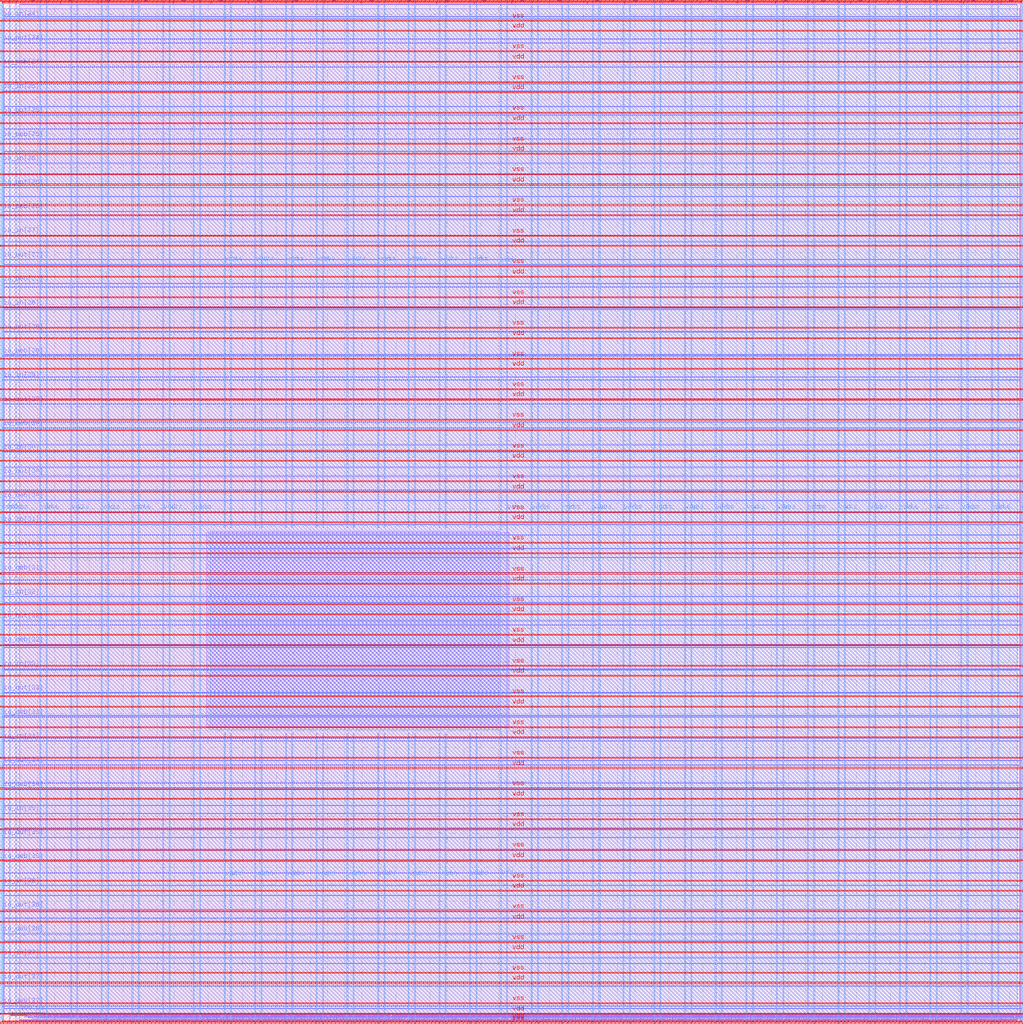
<source format=lef>
VERSION 5.7 ;
  NOWIREEXTENSIONATPIN ON ;
  DIVIDERCHAR "/" ;
  BUSBITCHARS "[]" ;
MACRO user_project_wrapper
  CLASS BLOCK ;
  FOREIGN user_project_wrapper ;
  ORIGIN 0.000 0.000 ;
  SIZE 2980.200 BY 2980.200 ;
  PIN io_in[0]
    DIRECTION INPUT ;
    USE SIGNAL ;
    PORT
      LAYER Metal3 ;
        RECT 2977.800 35.560 2985.000 36.680 ;
    END
  END io_in[0]
  PIN io_in[10]
    DIRECTION INPUT ;
    USE SIGNAL ;
    PORT
      LAYER Metal3 ;
        RECT 2977.800 2017.960 2985.000 2019.080 ;
    END
  END io_in[10]
  PIN io_in[11]
    DIRECTION INPUT ;
    USE SIGNAL ;
    PORT
      LAYER Metal3 ;
        RECT 2977.800 2216.200 2985.000 2217.320 ;
    END
  END io_in[11]
  PIN io_in[12]
    DIRECTION INPUT ;
    USE SIGNAL ;
    PORT
      LAYER Metal3 ;
        RECT 2977.800 2414.440 2985.000 2415.560 ;
    END
  END io_in[12]
  PIN io_in[13]
    DIRECTION INPUT ;
    USE SIGNAL ;
    PORT
      LAYER Metal3 ;
        RECT 2977.800 2612.680 2985.000 2613.800 ;
    END
  END io_in[13]
  PIN io_in[14]
    DIRECTION INPUT ;
    USE SIGNAL ;
    PORT
      LAYER Metal3 ;
        RECT 2977.800 2810.920 2985.000 2812.040 ;
    END
  END io_in[14]
  PIN io_in[15]
    DIRECTION INPUT ;
    USE SIGNAL ;
    PORT
      LAYER Metal2 ;
        RECT 2923.480 2977.800 2924.600 2985.000 ;
    END
  END io_in[15]
  PIN io_in[16]
    DIRECTION INPUT ;
    USE SIGNAL ;
    PORT
      LAYER Metal2 ;
        RECT 2592.520 2977.800 2593.640 2985.000 ;
    END
  END io_in[16]
  PIN io_in[17]
    DIRECTION INPUT ;
    USE SIGNAL ;
    PORT
      LAYER Metal2 ;
        RECT 2261.560 2977.800 2262.680 2985.000 ;
    END
  END io_in[17]
  PIN io_in[18]
    DIRECTION INPUT ;
    USE SIGNAL ;
    PORT
      LAYER Metal2 ;
        RECT 1930.600 2977.800 1931.720 2985.000 ;
    END
  END io_in[18]
  PIN io_in[19]
    DIRECTION INPUT ;
    USE SIGNAL ;
    PORT
      LAYER Metal2 ;
        RECT 1599.640 2977.800 1600.760 2985.000 ;
    END
  END io_in[19]
  PIN io_in[1]
    DIRECTION INPUT ;
    USE SIGNAL ;
    PORT
      LAYER Metal3 ;
        RECT 2977.800 233.800 2985.000 234.920 ;
    END
  END io_in[1]
  PIN io_in[20]
    DIRECTION INPUT ;
    USE SIGNAL ;
    PORT
      LAYER Metal2 ;
        RECT 1268.680 2977.800 1269.800 2985.000 ;
    END
  END io_in[20]
  PIN io_in[21]
    DIRECTION INPUT ;
    USE SIGNAL ;
    PORT
      LAYER Metal2 ;
        RECT 937.720 2977.800 938.840 2985.000 ;
    END
  END io_in[21]
  PIN io_in[22]
    DIRECTION INPUT ;
    USE SIGNAL ;
    PORT
      LAYER Metal2 ;
        RECT 606.760 2977.800 607.880 2985.000 ;
    END
  END io_in[22]
  PIN io_in[23]
    DIRECTION INPUT ;
    USE SIGNAL ;
    PORT
      LAYER Metal2 ;
        RECT 275.800 2977.800 276.920 2985.000 ;
    END
  END io_in[23]
  PIN io_in[24]
    DIRECTION INPUT ;
    USE SIGNAL ;
    PORT
      LAYER Metal3 ;
        RECT -4.800 2935.800 2.400 2936.920 ;
    END
  END io_in[24]
  PIN io_in[25]
    DIRECTION INPUT ;
    USE SIGNAL ;
    PORT
      LAYER Metal3 ;
        RECT -4.800 2724.120 2.400 2725.240 ;
    END
  END io_in[25]
  PIN io_in[26]
    DIRECTION INPUT ;
    USE SIGNAL ;
    PORT
      LAYER Metal3 ;
        RECT -4.800 2512.440 2.400 2513.560 ;
    END
  END io_in[26]
  PIN io_in[27]
    DIRECTION INPUT ;
    USE SIGNAL ;
    PORT
      LAYER Metal3 ;
        RECT -4.800 2300.760 2.400 2301.880 ;
    END
  END io_in[27]
  PIN io_in[28]
    DIRECTION INPUT ;
    USE SIGNAL ;
    PORT
      LAYER Metal3 ;
        RECT -4.800 2089.080 2.400 2090.200 ;
    END
  END io_in[28]
  PIN io_in[29]
    DIRECTION INPUT ;
    USE SIGNAL ;
    PORT
      LAYER Metal3 ;
        RECT -4.800 1877.400 2.400 1878.520 ;
    END
  END io_in[29]
  PIN io_in[2]
    DIRECTION INPUT ;
    USE SIGNAL ;
    PORT
      LAYER Metal3 ;
        RECT 2977.800 432.040 2985.000 433.160 ;
    END
  END io_in[2]
  PIN io_in[30]
    DIRECTION INPUT ;
    USE SIGNAL ;
    PORT
      LAYER Metal3 ;
        RECT -4.800 1665.720 2.400 1666.840 ;
    END
  END io_in[30]
  PIN io_in[31]
    DIRECTION INPUT ;
    USE SIGNAL ;
    PORT
      LAYER Metal3 ;
        RECT -4.800 1454.040 2.400 1455.160 ;
    END
  END io_in[31]
  PIN io_in[32]
    DIRECTION INPUT ;
    USE SIGNAL ;
    PORT
      LAYER Metal3 ;
        RECT -4.800 1242.360 2.400 1243.480 ;
    END
  END io_in[32]
  PIN io_in[33]
    DIRECTION INPUT ;
    USE SIGNAL ;
    PORT
      LAYER Metal3 ;
        RECT -4.800 1030.680 2.400 1031.800 ;
    END
  END io_in[33]
  PIN io_in[34]
    DIRECTION INPUT ;
    USE SIGNAL ;
    PORT
      LAYER Metal3 ;
        RECT -4.800 819.000 2.400 820.120 ;
    END
  END io_in[34]
  PIN io_in[35]
    DIRECTION INPUT ;
    USE SIGNAL ;
    PORT
      LAYER Metal3 ;
        RECT -4.800 607.320 2.400 608.440 ;
    END
  END io_in[35]
  PIN io_in[36]
    DIRECTION INPUT ;
    USE SIGNAL ;
    PORT
      LAYER Metal3 ;
        RECT -4.800 395.640 2.400 396.760 ;
    END
  END io_in[36]
  PIN io_in[37]
    DIRECTION INPUT ;
    USE SIGNAL ;
    PORT
      LAYER Metal3 ;
        RECT -4.800 183.960 2.400 185.080 ;
    END
  END io_in[37]
  PIN io_in[3]
    DIRECTION INPUT ;
    USE SIGNAL ;
    PORT
      LAYER Metal3 ;
        RECT 2977.800 630.280 2985.000 631.400 ;
    END
  END io_in[3]
  PIN io_in[4]
    DIRECTION INPUT ;
    USE SIGNAL ;
    PORT
      LAYER Metal3 ;
        RECT 2977.800 828.520 2985.000 829.640 ;
    END
  END io_in[4]
  PIN io_in[5]
    DIRECTION INPUT ;
    USE SIGNAL ;
    PORT
      LAYER Metal3 ;
        RECT 2977.800 1026.760 2985.000 1027.880 ;
    END
  END io_in[5]
  PIN io_in[6]
    DIRECTION INPUT ;
    USE SIGNAL ;
    PORT
      LAYER Metal3 ;
        RECT 2977.800 1225.000 2985.000 1226.120 ;
    END
  END io_in[6]
  PIN io_in[7]
    DIRECTION INPUT ;
    USE SIGNAL ;
    PORT
      LAYER Metal3 ;
        RECT 2977.800 1423.240 2985.000 1424.360 ;
    END
  END io_in[7]
  PIN io_in[8]
    DIRECTION INPUT ;
    USE SIGNAL ;
    PORT
      LAYER Metal3 ;
        RECT 2977.800 1621.480 2985.000 1622.600 ;
    END
  END io_in[8]
  PIN io_in[9]
    DIRECTION INPUT ;
    USE SIGNAL ;
    PORT
      LAYER Metal3 ;
        RECT 2977.800 1819.720 2985.000 1820.840 ;
    END
  END io_in[9]
  PIN io_oeb[0]
    DIRECTION OUTPUT TRISTATE ;
    USE SIGNAL ;
    PORT
      LAYER Metal3 ;
        RECT 2977.800 167.720 2985.000 168.840 ;
    END
  END io_oeb[0]
  PIN io_oeb[10]
    DIRECTION OUTPUT TRISTATE ;
    USE SIGNAL ;
    PORT
      LAYER Metal3 ;
        RECT 2977.800 2150.120 2985.000 2151.240 ;
    END
  END io_oeb[10]
  PIN io_oeb[11]
    DIRECTION OUTPUT TRISTATE ;
    USE SIGNAL ;
    PORT
      LAYER Metal3 ;
        RECT 2977.800 2348.360 2985.000 2349.480 ;
    END
  END io_oeb[11]
  PIN io_oeb[12]
    DIRECTION OUTPUT TRISTATE ;
    USE SIGNAL ;
    PORT
      LAYER Metal3 ;
        RECT 2977.800 2546.600 2985.000 2547.720 ;
    END
  END io_oeb[12]
  PIN io_oeb[13]
    DIRECTION OUTPUT TRISTATE ;
    USE SIGNAL ;
    PORT
      LAYER Metal3 ;
        RECT 2977.800 2744.840 2985.000 2745.960 ;
    END
  END io_oeb[13]
  PIN io_oeb[14]
    DIRECTION OUTPUT TRISTATE ;
    USE SIGNAL ;
    PORT
      LAYER Metal3 ;
        RECT 2977.800 2943.080 2985.000 2944.200 ;
    END
  END io_oeb[14]
  PIN io_oeb[15]
    DIRECTION OUTPUT TRISTATE ;
    USE SIGNAL ;
    PORT
      LAYER Metal2 ;
        RECT 2702.840 2977.800 2703.960 2985.000 ;
    END
  END io_oeb[15]
  PIN io_oeb[16]
    DIRECTION OUTPUT TRISTATE ;
    USE SIGNAL ;
    PORT
      LAYER Metal2 ;
        RECT 2371.880 2977.800 2373.000 2985.000 ;
    END
  END io_oeb[16]
  PIN io_oeb[17]
    DIRECTION OUTPUT TRISTATE ;
    USE SIGNAL ;
    PORT
      LAYER Metal2 ;
        RECT 2040.920 2977.800 2042.040 2985.000 ;
    END
  END io_oeb[17]
  PIN io_oeb[18]
    DIRECTION OUTPUT TRISTATE ;
    USE SIGNAL ;
    PORT
      LAYER Metal2 ;
        RECT 1709.960 2977.800 1711.080 2985.000 ;
    END
  END io_oeb[18]
  PIN io_oeb[19]
    DIRECTION OUTPUT TRISTATE ;
    USE SIGNAL ;
    PORT
      LAYER Metal2 ;
        RECT 1379.000 2977.800 1380.120 2985.000 ;
    END
  END io_oeb[19]
  PIN io_oeb[1]
    DIRECTION OUTPUT TRISTATE ;
    USE SIGNAL ;
    PORT
      LAYER Metal3 ;
        RECT 2977.800 365.960 2985.000 367.080 ;
    END
  END io_oeb[1]
  PIN io_oeb[20]
    DIRECTION OUTPUT TRISTATE ;
    USE SIGNAL ;
    PORT
      LAYER Metal2 ;
        RECT 1048.040 2977.800 1049.160 2985.000 ;
    END
  END io_oeb[20]
  PIN io_oeb[21]
    DIRECTION OUTPUT TRISTATE ;
    USE SIGNAL ;
    PORT
      LAYER Metal2 ;
        RECT 717.080 2977.800 718.200 2985.000 ;
    END
  END io_oeb[21]
  PIN io_oeb[22]
    DIRECTION OUTPUT TRISTATE ;
    USE SIGNAL ;
    PORT
      LAYER Metal2 ;
        RECT 386.120 2977.800 387.240 2985.000 ;
    END
  END io_oeb[22]
  PIN io_oeb[23]
    DIRECTION OUTPUT TRISTATE ;
    USE SIGNAL ;
    PORT
      LAYER Metal2 ;
        RECT 55.160 2977.800 56.280 2985.000 ;
    END
  END io_oeb[23]
  PIN io_oeb[24]
    DIRECTION OUTPUT TRISTATE ;
    USE SIGNAL ;
    PORT
      LAYER Metal3 ;
        RECT -4.800 2794.680 2.400 2795.800 ;
    END
  END io_oeb[24]
  PIN io_oeb[25]
    DIRECTION OUTPUT TRISTATE ;
    USE SIGNAL ;
    PORT
      LAYER Metal3 ;
        RECT -4.800 2583.000 2.400 2584.120 ;
    END
  END io_oeb[25]
  PIN io_oeb[26]
    DIRECTION OUTPUT TRISTATE ;
    USE SIGNAL ;
    PORT
      LAYER Metal3 ;
        RECT -4.800 2371.320 2.400 2372.440 ;
    END
  END io_oeb[26]
  PIN io_oeb[27]
    DIRECTION OUTPUT TRISTATE ;
    USE SIGNAL ;
    PORT
      LAYER Metal3 ;
        RECT -4.800 2159.640 2.400 2160.760 ;
    END
  END io_oeb[27]
  PIN io_oeb[28]
    DIRECTION OUTPUT TRISTATE ;
    USE SIGNAL ;
    PORT
      LAYER Metal3 ;
        RECT -4.800 1947.960 2.400 1949.080 ;
    END
  END io_oeb[28]
  PIN io_oeb[29]
    DIRECTION OUTPUT TRISTATE ;
    USE SIGNAL ;
    PORT
      LAYER Metal3 ;
        RECT -4.800 1736.280 2.400 1737.400 ;
    END
  END io_oeb[29]
  PIN io_oeb[2]
    DIRECTION OUTPUT TRISTATE ;
    USE SIGNAL ;
    PORT
      LAYER Metal3 ;
        RECT 2977.800 564.200 2985.000 565.320 ;
    END
  END io_oeb[2]
  PIN io_oeb[30]
    DIRECTION OUTPUT TRISTATE ;
    USE SIGNAL ;
    PORT
      LAYER Metal3 ;
        RECT -4.800 1524.600 2.400 1525.720 ;
    END
  END io_oeb[30]
  PIN io_oeb[31]
    DIRECTION OUTPUT TRISTATE ;
    USE SIGNAL ;
    PORT
      LAYER Metal3 ;
        RECT -4.800 1312.920 2.400 1314.040 ;
    END
  END io_oeb[31]
  PIN io_oeb[32]
    DIRECTION OUTPUT TRISTATE ;
    USE SIGNAL ;
    PORT
      LAYER Metal3 ;
        RECT -4.800 1101.240 2.400 1102.360 ;
    END
  END io_oeb[32]
  PIN io_oeb[33]
    DIRECTION OUTPUT TRISTATE ;
    USE SIGNAL ;
    PORT
      LAYER Metal3 ;
        RECT -4.800 889.560 2.400 890.680 ;
    END
  END io_oeb[33]
  PIN io_oeb[34]
    DIRECTION OUTPUT TRISTATE ;
    USE SIGNAL ;
    PORT
      LAYER Metal3 ;
        RECT -4.800 677.880 2.400 679.000 ;
    END
  END io_oeb[34]
  PIN io_oeb[35]
    DIRECTION OUTPUT TRISTATE ;
    USE SIGNAL ;
    PORT
      LAYER Metal3 ;
        RECT -4.800 466.200 2.400 467.320 ;
    END
  END io_oeb[35]
  PIN io_oeb[36]
    DIRECTION OUTPUT TRISTATE ;
    USE SIGNAL ;
    PORT
      LAYER Metal3 ;
        RECT -4.800 254.520 2.400 255.640 ;
    END
  END io_oeb[36]
  PIN io_oeb[37]
    DIRECTION OUTPUT TRISTATE ;
    USE SIGNAL ;
    PORT
      LAYER Metal3 ;
        RECT -4.800 42.840 2.400 43.960 ;
    END
  END io_oeb[37]
  PIN io_oeb[3]
    DIRECTION OUTPUT TRISTATE ;
    USE SIGNAL ;
    PORT
      LAYER Metal3 ;
        RECT 2977.800 762.440 2985.000 763.560 ;
    END
  END io_oeb[3]
  PIN io_oeb[4]
    DIRECTION OUTPUT TRISTATE ;
    USE SIGNAL ;
    PORT
      LAYER Metal3 ;
        RECT 2977.800 960.680 2985.000 961.800 ;
    END
  END io_oeb[4]
  PIN io_oeb[5]
    DIRECTION OUTPUT TRISTATE ;
    USE SIGNAL ;
    PORT
      LAYER Metal3 ;
        RECT 2977.800 1158.920 2985.000 1160.040 ;
    END
  END io_oeb[5]
  PIN io_oeb[6]
    DIRECTION OUTPUT TRISTATE ;
    USE SIGNAL ;
    PORT
      LAYER Metal3 ;
        RECT 2977.800 1357.160 2985.000 1358.280 ;
    END
  END io_oeb[6]
  PIN io_oeb[7]
    DIRECTION OUTPUT TRISTATE ;
    USE SIGNAL ;
    PORT
      LAYER Metal3 ;
        RECT 2977.800 1555.400 2985.000 1556.520 ;
    END
  END io_oeb[7]
  PIN io_oeb[8]
    DIRECTION OUTPUT TRISTATE ;
    USE SIGNAL ;
    PORT
      LAYER Metal3 ;
        RECT 2977.800 1753.640 2985.000 1754.760 ;
    END
  END io_oeb[8]
  PIN io_oeb[9]
    DIRECTION OUTPUT TRISTATE ;
    USE SIGNAL ;
    PORT
      LAYER Metal3 ;
        RECT 2977.800 1951.880 2985.000 1953.000 ;
    END
  END io_oeb[9]
  PIN io_out[0]
    DIRECTION OUTPUT TRISTATE ;
    USE SIGNAL ;
    PORT
      LAYER Metal3 ;
        RECT 2977.800 101.640 2985.000 102.760 ;
    END
  END io_out[0]
  PIN io_out[10]
    DIRECTION OUTPUT TRISTATE ;
    USE SIGNAL ;
    PORT
      LAYER Metal3 ;
        RECT 2977.800 2084.040 2985.000 2085.160 ;
    END
  END io_out[10]
  PIN io_out[11]
    DIRECTION OUTPUT TRISTATE ;
    USE SIGNAL ;
    PORT
      LAYER Metal3 ;
        RECT 2977.800 2282.280 2985.000 2283.400 ;
    END
  END io_out[11]
  PIN io_out[12]
    DIRECTION OUTPUT TRISTATE ;
    USE SIGNAL ;
    PORT
      LAYER Metal3 ;
        RECT 2977.800 2480.520 2985.000 2481.640 ;
    END
  END io_out[12]
  PIN io_out[13]
    DIRECTION OUTPUT TRISTATE ;
    USE SIGNAL ;
    PORT
      LAYER Metal3 ;
        RECT 2977.800 2678.760 2985.000 2679.880 ;
    END
  END io_out[13]
  PIN io_out[14]
    DIRECTION OUTPUT TRISTATE ;
    USE SIGNAL ;
    PORT
      LAYER Metal3 ;
        RECT 2977.800 2877.000 2985.000 2878.120 ;
    END
  END io_out[14]
  PIN io_out[15]
    DIRECTION OUTPUT TRISTATE ;
    USE SIGNAL ;
    PORT
      LAYER Metal2 ;
        RECT 2813.160 2977.800 2814.280 2985.000 ;
    END
  END io_out[15]
  PIN io_out[16]
    DIRECTION OUTPUT TRISTATE ;
    USE SIGNAL ;
    PORT
      LAYER Metal2 ;
        RECT 2482.200 2977.800 2483.320 2985.000 ;
    END
  END io_out[16]
  PIN io_out[17]
    DIRECTION OUTPUT TRISTATE ;
    USE SIGNAL ;
    PORT
      LAYER Metal2 ;
        RECT 2151.240 2977.800 2152.360 2985.000 ;
    END
  END io_out[17]
  PIN io_out[18]
    DIRECTION OUTPUT TRISTATE ;
    USE SIGNAL ;
    PORT
      LAYER Metal2 ;
        RECT 1820.280 2977.800 1821.400 2985.000 ;
    END
  END io_out[18]
  PIN io_out[19]
    DIRECTION OUTPUT TRISTATE ;
    USE SIGNAL ;
    PORT
      LAYER Metal2 ;
        RECT 1489.320 2977.800 1490.440 2985.000 ;
    END
  END io_out[19]
  PIN io_out[1]
    DIRECTION OUTPUT TRISTATE ;
    USE SIGNAL ;
    PORT
      LAYER Metal3 ;
        RECT 2977.800 299.880 2985.000 301.000 ;
    END
  END io_out[1]
  PIN io_out[20]
    DIRECTION OUTPUT TRISTATE ;
    USE SIGNAL ;
    PORT
      LAYER Metal2 ;
        RECT 1158.360 2977.800 1159.480 2985.000 ;
    END
  END io_out[20]
  PIN io_out[21]
    DIRECTION OUTPUT TRISTATE ;
    USE SIGNAL ;
    PORT
      LAYER Metal2 ;
        RECT 827.400 2977.800 828.520 2985.000 ;
    END
  END io_out[21]
  PIN io_out[22]
    DIRECTION OUTPUT TRISTATE ;
    USE SIGNAL ;
    PORT
      LAYER Metal2 ;
        RECT 496.440 2977.800 497.560 2985.000 ;
    END
  END io_out[22]
  PIN io_out[23]
    DIRECTION OUTPUT TRISTATE ;
    USE SIGNAL ;
    PORT
      LAYER Metal2 ;
        RECT 165.480 2977.800 166.600 2985.000 ;
    END
  END io_out[23]
  PIN io_out[24]
    DIRECTION OUTPUT TRISTATE ;
    USE SIGNAL ;
    PORT
      LAYER Metal3 ;
        RECT -4.800 2865.240 2.400 2866.360 ;
    END
  END io_out[24]
  PIN io_out[25]
    DIRECTION OUTPUT TRISTATE ;
    USE SIGNAL ;
    PORT
      LAYER Metal3 ;
        RECT -4.800 2653.560 2.400 2654.680 ;
    END
  END io_out[25]
  PIN io_out[26]
    DIRECTION OUTPUT TRISTATE ;
    USE SIGNAL ;
    PORT
      LAYER Metal3 ;
        RECT -4.800 2441.880 2.400 2443.000 ;
    END
  END io_out[26]
  PIN io_out[27]
    DIRECTION OUTPUT TRISTATE ;
    USE SIGNAL ;
    PORT
      LAYER Metal3 ;
        RECT -4.800 2230.200 2.400 2231.320 ;
    END
  END io_out[27]
  PIN io_out[28]
    DIRECTION OUTPUT TRISTATE ;
    USE SIGNAL ;
    PORT
      LAYER Metal3 ;
        RECT -4.800 2018.520 2.400 2019.640 ;
    END
  END io_out[28]
  PIN io_out[29]
    DIRECTION OUTPUT TRISTATE ;
    USE SIGNAL ;
    PORT
      LAYER Metal3 ;
        RECT -4.800 1806.840 2.400 1807.960 ;
    END
  END io_out[29]
  PIN io_out[2]
    DIRECTION OUTPUT TRISTATE ;
    USE SIGNAL ;
    PORT
      LAYER Metal3 ;
        RECT 2977.800 498.120 2985.000 499.240 ;
    END
  END io_out[2]
  PIN io_out[30]
    DIRECTION OUTPUT TRISTATE ;
    USE SIGNAL ;
    PORT
      LAYER Metal3 ;
        RECT -4.800 1595.160 2.400 1596.280 ;
    END
  END io_out[30]
  PIN io_out[31]
    DIRECTION OUTPUT TRISTATE ;
    USE SIGNAL ;
    PORT
      LAYER Metal3 ;
        RECT -4.800 1383.480 2.400 1384.600 ;
    END
  END io_out[31]
  PIN io_out[32]
    DIRECTION OUTPUT TRISTATE ;
    USE SIGNAL ;
    PORT
      LAYER Metal3 ;
        RECT -4.800 1171.800 2.400 1172.920 ;
    END
  END io_out[32]
  PIN io_out[33]
    DIRECTION OUTPUT TRISTATE ;
    USE SIGNAL ;
    PORT
      LAYER Metal3 ;
        RECT -4.800 960.120 2.400 961.240 ;
    END
  END io_out[33]
  PIN io_out[34]
    DIRECTION OUTPUT TRISTATE ;
    USE SIGNAL ;
    PORT
      LAYER Metal3 ;
        RECT -4.800 748.440 2.400 749.560 ;
    END
  END io_out[34]
  PIN io_out[35]
    DIRECTION OUTPUT TRISTATE ;
    USE SIGNAL ;
    PORT
      LAYER Metal3 ;
        RECT -4.800 536.760 2.400 537.880 ;
    END
  END io_out[35]
  PIN io_out[36]
    DIRECTION OUTPUT TRISTATE ;
    USE SIGNAL ;
    PORT
      LAYER Metal3 ;
        RECT -4.800 325.080 2.400 326.200 ;
    END
  END io_out[36]
  PIN io_out[37]
    DIRECTION OUTPUT TRISTATE ;
    USE SIGNAL ;
    PORT
      LAYER Metal3 ;
        RECT -4.800 113.400 2.400 114.520 ;
    END
  END io_out[37]
  PIN io_out[3]
    DIRECTION OUTPUT TRISTATE ;
    USE SIGNAL ;
    PORT
      LAYER Metal3 ;
        RECT 2977.800 696.360 2985.000 697.480 ;
    END
  END io_out[3]
  PIN io_out[4]
    DIRECTION OUTPUT TRISTATE ;
    USE SIGNAL ;
    PORT
      LAYER Metal3 ;
        RECT 2977.800 894.600 2985.000 895.720 ;
    END
  END io_out[4]
  PIN io_out[5]
    DIRECTION OUTPUT TRISTATE ;
    USE SIGNAL ;
    PORT
      LAYER Metal3 ;
        RECT 2977.800 1092.840 2985.000 1093.960 ;
    END
  END io_out[5]
  PIN io_out[6]
    DIRECTION OUTPUT TRISTATE ;
    USE SIGNAL ;
    PORT
      LAYER Metal3 ;
        RECT 2977.800 1291.080 2985.000 1292.200 ;
    END
  END io_out[6]
  PIN io_out[7]
    DIRECTION OUTPUT TRISTATE ;
    USE SIGNAL ;
    PORT
      LAYER Metal3 ;
        RECT 2977.800 1489.320 2985.000 1490.440 ;
    END
  END io_out[7]
  PIN io_out[8]
    DIRECTION OUTPUT TRISTATE ;
    USE SIGNAL ;
    PORT
      LAYER Metal3 ;
        RECT 2977.800 1687.560 2985.000 1688.680 ;
    END
  END io_out[8]
  PIN io_out[9]
    DIRECTION OUTPUT TRISTATE ;
    USE SIGNAL ;
    PORT
      LAYER Metal3 ;
        RECT 2977.800 1885.800 2985.000 1886.920 ;
    END
  END io_out[9]
  PIN la_data_in[0]
    DIRECTION INPUT ;
    USE SIGNAL ;
    PORT
      LAYER Metal2 ;
        RECT 1065.960 -4.800 1067.080 2.400 ;
    END
  END la_data_in[0]
  PIN la_data_in[10]
    DIRECTION INPUT ;
    USE SIGNAL ;
    PORT
      LAYER Metal2 ;
        RECT 1351.560 -4.800 1352.680 2.400 ;
    END
  END la_data_in[10]
  PIN la_data_in[11]
    DIRECTION INPUT ;
    USE SIGNAL ;
    PORT
      LAYER Metal2 ;
        RECT 1380.120 -4.800 1381.240 2.400 ;
    END
  END la_data_in[11]
  PIN la_data_in[12]
    DIRECTION INPUT ;
    USE SIGNAL ;
    PORT
      LAYER Metal2 ;
        RECT 1408.680 -4.800 1409.800 2.400 ;
    END
  END la_data_in[12]
  PIN la_data_in[13]
    DIRECTION INPUT ;
    USE SIGNAL ;
    PORT
      LAYER Metal2 ;
        RECT 1437.240 -4.800 1438.360 2.400 ;
    END
  END la_data_in[13]
  PIN la_data_in[14]
    DIRECTION INPUT ;
    USE SIGNAL ;
    PORT
      LAYER Metal2 ;
        RECT 1465.800 -4.800 1466.920 2.400 ;
    END
  END la_data_in[14]
  PIN la_data_in[15]
    DIRECTION INPUT ;
    USE SIGNAL ;
    PORT
      LAYER Metal2 ;
        RECT 1494.360 -4.800 1495.480 2.400 ;
    END
  END la_data_in[15]
  PIN la_data_in[16]
    DIRECTION INPUT ;
    USE SIGNAL ;
    PORT
      LAYER Metal2 ;
        RECT 1522.920 -4.800 1524.040 2.400 ;
    END
  END la_data_in[16]
  PIN la_data_in[17]
    DIRECTION INPUT ;
    USE SIGNAL ;
    PORT
      LAYER Metal2 ;
        RECT 1551.480 -4.800 1552.600 2.400 ;
    END
  END la_data_in[17]
  PIN la_data_in[18]
    DIRECTION INPUT ;
    USE SIGNAL ;
    PORT
      LAYER Metal2 ;
        RECT 1580.040 -4.800 1581.160 2.400 ;
    END
  END la_data_in[18]
  PIN la_data_in[19]
    DIRECTION INPUT ;
    USE SIGNAL ;
    PORT
      LAYER Metal2 ;
        RECT 1608.600 -4.800 1609.720 2.400 ;
    END
  END la_data_in[19]
  PIN la_data_in[1]
    DIRECTION INPUT ;
    USE SIGNAL ;
    PORT
      LAYER Metal2 ;
        RECT 1094.520 -4.800 1095.640 2.400 ;
    END
  END la_data_in[1]
  PIN la_data_in[20]
    DIRECTION INPUT ;
    USE SIGNAL ;
    PORT
      LAYER Metal2 ;
        RECT 1637.160 -4.800 1638.280 2.400 ;
    END
  END la_data_in[20]
  PIN la_data_in[21]
    DIRECTION INPUT ;
    USE SIGNAL ;
    PORT
      LAYER Metal2 ;
        RECT 1665.720 -4.800 1666.840 2.400 ;
    END
  END la_data_in[21]
  PIN la_data_in[22]
    DIRECTION INPUT ;
    USE SIGNAL ;
    PORT
      LAYER Metal2 ;
        RECT 1694.280 -4.800 1695.400 2.400 ;
    END
  END la_data_in[22]
  PIN la_data_in[23]
    DIRECTION INPUT ;
    USE SIGNAL ;
    PORT
      LAYER Metal2 ;
        RECT 1722.840 -4.800 1723.960 2.400 ;
    END
  END la_data_in[23]
  PIN la_data_in[24]
    DIRECTION INPUT ;
    USE SIGNAL ;
    PORT
      LAYER Metal2 ;
        RECT 1751.400 -4.800 1752.520 2.400 ;
    END
  END la_data_in[24]
  PIN la_data_in[25]
    DIRECTION INPUT ;
    USE SIGNAL ;
    PORT
      LAYER Metal2 ;
        RECT 1779.960 -4.800 1781.080 2.400 ;
    END
  END la_data_in[25]
  PIN la_data_in[26]
    DIRECTION INPUT ;
    USE SIGNAL ;
    PORT
      LAYER Metal2 ;
        RECT 1808.520 -4.800 1809.640 2.400 ;
    END
  END la_data_in[26]
  PIN la_data_in[27]
    DIRECTION INPUT ;
    USE SIGNAL ;
    PORT
      LAYER Metal2 ;
        RECT 1837.080 -4.800 1838.200 2.400 ;
    END
  END la_data_in[27]
  PIN la_data_in[28]
    DIRECTION INPUT ;
    USE SIGNAL ;
    PORT
      LAYER Metal2 ;
        RECT 1865.640 -4.800 1866.760 2.400 ;
    END
  END la_data_in[28]
  PIN la_data_in[29]
    DIRECTION INPUT ;
    USE SIGNAL ;
    PORT
      LAYER Metal2 ;
        RECT 1894.200 -4.800 1895.320 2.400 ;
    END
  END la_data_in[29]
  PIN la_data_in[2]
    DIRECTION INPUT ;
    USE SIGNAL ;
    PORT
      LAYER Metal2 ;
        RECT 1123.080 -4.800 1124.200 2.400 ;
    END
  END la_data_in[2]
  PIN la_data_in[30]
    DIRECTION INPUT ;
    USE SIGNAL ;
    PORT
      LAYER Metal2 ;
        RECT 1922.760 -4.800 1923.880 2.400 ;
    END
  END la_data_in[30]
  PIN la_data_in[31]
    DIRECTION INPUT ;
    USE SIGNAL ;
    PORT
      LAYER Metal2 ;
        RECT 1951.320 -4.800 1952.440 2.400 ;
    END
  END la_data_in[31]
  PIN la_data_in[32]
    DIRECTION INPUT ;
    USE SIGNAL ;
    PORT
      LAYER Metal2 ;
        RECT 1979.880 -4.800 1981.000 2.400 ;
    END
  END la_data_in[32]
  PIN la_data_in[33]
    DIRECTION INPUT ;
    USE SIGNAL ;
    PORT
      LAYER Metal2 ;
        RECT 2008.440 -4.800 2009.560 2.400 ;
    END
  END la_data_in[33]
  PIN la_data_in[34]
    DIRECTION INPUT ;
    USE SIGNAL ;
    PORT
      LAYER Metal2 ;
        RECT 2037.000 -4.800 2038.120 2.400 ;
    END
  END la_data_in[34]
  PIN la_data_in[35]
    DIRECTION INPUT ;
    USE SIGNAL ;
    PORT
      LAYER Metal2 ;
        RECT 2065.560 -4.800 2066.680 2.400 ;
    END
  END la_data_in[35]
  PIN la_data_in[36]
    DIRECTION INPUT ;
    USE SIGNAL ;
    PORT
      LAYER Metal2 ;
        RECT 2094.120 -4.800 2095.240 2.400 ;
    END
  END la_data_in[36]
  PIN la_data_in[37]
    DIRECTION INPUT ;
    USE SIGNAL ;
    PORT
      LAYER Metal2 ;
        RECT 2122.680 -4.800 2123.800 2.400 ;
    END
  END la_data_in[37]
  PIN la_data_in[38]
    DIRECTION INPUT ;
    USE SIGNAL ;
    PORT
      LAYER Metal2 ;
        RECT 2151.240 -4.800 2152.360 2.400 ;
    END
  END la_data_in[38]
  PIN la_data_in[39]
    DIRECTION INPUT ;
    USE SIGNAL ;
    PORT
      LAYER Metal2 ;
        RECT 2179.800 -4.800 2180.920 2.400 ;
    END
  END la_data_in[39]
  PIN la_data_in[3]
    DIRECTION INPUT ;
    USE SIGNAL ;
    PORT
      LAYER Metal2 ;
        RECT 1151.640 -4.800 1152.760 2.400 ;
    END
  END la_data_in[3]
  PIN la_data_in[40]
    DIRECTION INPUT ;
    USE SIGNAL ;
    PORT
      LAYER Metal2 ;
        RECT 2208.360 -4.800 2209.480 2.400 ;
    END
  END la_data_in[40]
  PIN la_data_in[41]
    DIRECTION INPUT ;
    USE SIGNAL ;
    PORT
      LAYER Metal2 ;
        RECT 2236.920 -4.800 2238.040 2.400 ;
    END
  END la_data_in[41]
  PIN la_data_in[42]
    DIRECTION INPUT ;
    USE SIGNAL ;
    PORT
      LAYER Metal2 ;
        RECT 2265.480 -4.800 2266.600 2.400 ;
    END
  END la_data_in[42]
  PIN la_data_in[43]
    DIRECTION INPUT ;
    USE SIGNAL ;
    PORT
      LAYER Metal2 ;
        RECT 2294.040 -4.800 2295.160 2.400 ;
    END
  END la_data_in[43]
  PIN la_data_in[44]
    DIRECTION INPUT ;
    USE SIGNAL ;
    PORT
      LAYER Metal2 ;
        RECT 2322.600 -4.800 2323.720 2.400 ;
    END
  END la_data_in[44]
  PIN la_data_in[45]
    DIRECTION INPUT ;
    USE SIGNAL ;
    PORT
      LAYER Metal2 ;
        RECT 2351.160 -4.800 2352.280 2.400 ;
    END
  END la_data_in[45]
  PIN la_data_in[46]
    DIRECTION INPUT ;
    USE SIGNAL ;
    PORT
      LAYER Metal2 ;
        RECT 2379.720 -4.800 2380.840 2.400 ;
    END
  END la_data_in[46]
  PIN la_data_in[47]
    DIRECTION INPUT ;
    USE SIGNAL ;
    PORT
      LAYER Metal2 ;
        RECT 2408.280 -4.800 2409.400 2.400 ;
    END
  END la_data_in[47]
  PIN la_data_in[48]
    DIRECTION INPUT ;
    USE SIGNAL ;
    PORT
      LAYER Metal2 ;
        RECT 2436.840 -4.800 2437.960 2.400 ;
    END
  END la_data_in[48]
  PIN la_data_in[49]
    DIRECTION INPUT ;
    USE SIGNAL ;
    PORT
      LAYER Metal2 ;
        RECT 2465.400 -4.800 2466.520 2.400 ;
    END
  END la_data_in[49]
  PIN la_data_in[4]
    DIRECTION INPUT ;
    USE SIGNAL ;
    PORT
      LAYER Metal2 ;
        RECT 1180.200 -4.800 1181.320 2.400 ;
    END
  END la_data_in[4]
  PIN la_data_in[50]
    DIRECTION INPUT ;
    USE SIGNAL ;
    PORT
      LAYER Metal2 ;
        RECT 2493.960 -4.800 2495.080 2.400 ;
    END
  END la_data_in[50]
  PIN la_data_in[51]
    DIRECTION INPUT ;
    USE SIGNAL ;
    PORT
      LAYER Metal2 ;
        RECT 2522.520 -4.800 2523.640 2.400 ;
    END
  END la_data_in[51]
  PIN la_data_in[52]
    DIRECTION INPUT ;
    USE SIGNAL ;
    PORT
      LAYER Metal2 ;
        RECT 2551.080 -4.800 2552.200 2.400 ;
    END
  END la_data_in[52]
  PIN la_data_in[53]
    DIRECTION INPUT ;
    USE SIGNAL ;
    PORT
      LAYER Metal2 ;
        RECT 2579.640 -4.800 2580.760 2.400 ;
    END
  END la_data_in[53]
  PIN la_data_in[54]
    DIRECTION INPUT ;
    USE SIGNAL ;
    PORT
      LAYER Metal2 ;
        RECT 2608.200 -4.800 2609.320 2.400 ;
    END
  END la_data_in[54]
  PIN la_data_in[55]
    DIRECTION INPUT ;
    USE SIGNAL ;
    PORT
      LAYER Metal2 ;
        RECT 2636.760 -4.800 2637.880 2.400 ;
    END
  END la_data_in[55]
  PIN la_data_in[56]
    DIRECTION INPUT ;
    USE SIGNAL ;
    PORT
      LAYER Metal2 ;
        RECT 2665.320 -4.800 2666.440 2.400 ;
    END
  END la_data_in[56]
  PIN la_data_in[57]
    DIRECTION INPUT ;
    USE SIGNAL ;
    PORT
      LAYER Metal2 ;
        RECT 2693.880 -4.800 2695.000 2.400 ;
    END
  END la_data_in[57]
  PIN la_data_in[58]
    DIRECTION INPUT ;
    USE SIGNAL ;
    PORT
      LAYER Metal2 ;
        RECT 2722.440 -4.800 2723.560 2.400 ;
    END
  END la_data_in[58]
  PIN la_data_in[59]
    DIRECTION INPUT ;
    USE SIGNAL ;
    PORT
      LAYER Metal2 ;
        RECT 2751.000 -4.800 2752.120 2.400 ;
    END
  END la_data_in[59]
  PIN la_data_in[5]
    DIRECTION INPUT ;
    USE SIGNAL ;
    PORT
      LAYER Metal2 ;
        RECT 1208.760 -4.800 1209.880 2.400 ;
    END
  END la_data_in[5]
  PIN la_data_in[60]
    DIRECTION INPUT ;
    USE SIGNAL ;
    PORT
      LAYER Metal2 ;
        RECT 2779.560 -4.800 2780.680 2.400 ;
    END
  END la_data_in[60]
  PIN la_data_in[61]
    DIRECTION INPUT ;
    USE SIGNAL ;
    PORT
      LAYER Metal2 ;
        RECT 2808.120 -4.800 2809.240 2.400 ;
    END
  END la_data_in[61]
  PIN la_data_in[62]
    DIRECTION INPUT ;
    USE SIGNAL ;
    PORT
      LAYER Metal2 ;
        RECT 2836.680 -4.800 2837.800 2.400 ;
    END
  END la_data_in[62]
  PIN la_data_in[63]
    DIRECTION INPUT ;
    USE SIGNAL ;
    PORT
      LAYER Metal2 ;
        RECT 2865.240 -4.800 2866.360 2.400 ;
    END
  END la_data_in[63]
  PIN la_data_in[6]
    DIRECTION INPUT ;
    USE SIGNAL ;
    PORT
      LAYER Metal2 ;
        RECT 1237.320 -4.800 1238.440 2.400 ;
    END
  END la_data_in[6]
  PIN la_data_in[7]
    DIRECTION INPUT ;
    USE SIGNAL ;
    PORT
      LAYER Metal2 ;
        RECT 1265.880 -4.800 1267.000 2.400 ;
    END
  END la_data_in[7]
  PIN la_data_in[8]
    DIRECTION INPUT ;
    USE SIGNAL ;
    PORT
      LAYER Metal2 ;
        RECT 1294.440 -4.800 1295.560 2.400 ;
    END
  END la_data_in[8]
  PIN la_data_in[9]
    DIRECTION INPUT ;
    USE SIGNAL ;
    PORT
      LAYER Metal2 ;
        RECT 1323.000 -4.800 1324.120 2.400 ;
    END
  END la_data_in[9]
  PIN la_data_out[0]
    DIRECTION OUTPUT TRISTATE ;
    USE SIGNAL ;
    PORT
      LAYER Metal2 ;
        RECT 1075.480 -4.800 1076.600 2.400 ;
    END
  END la_data_out[0]
  PIN la_data_out[10]
    DIRECTION OUTPUT TRISTATE ;
    USE SIGNAL ;
    PORT
      LAYER Metal2 ;
        RECT 1361.080 -4.800 1362.200 2.400 ;
    END
  END la_data_out[10]
  PIN la_data_out[11]
    DIRECTION OUTPUT TRISTATE ;
    USE SIGNAL ;
    PORT
      LAYER Metal2 ;
        RECT 1389.640 -4.800 1390.760 2.400 ;
    END
  END la_data_out[11]
  PIN la_data_out[12]
    DIRECTION OUTPUT TRISTATE ;
    USE SIGNAL ;
    PORT
      LAYER Metal2 ;
        RECT 1418.200 -4.800 1419.320 2.400 ;
    END
  END la_data_out[12]
  PIN la_data_out[13]
    DIRECTION OUTPUT TRISTATE ;
    USE SIGNAL ;
    PORT
      LAYER Metal2 ;
        RECT 1446.760 -4.800 1447.880 2.400 ;
    END
  END la_data_out[13]
  PIN la_data_out[14]
    DIRECTION OUTPUT TRISTATE ;
    USE SIGNAL ;
    PORT
      LAYER Metal2 ;
        RECT 1475.320 -4.800 1476.440 2.400 ;
    END
  END la_data_out[14]
  PIN la_data_out[15]
    DIRECTION OUTPUT TRISTATE ;
    USE SIGNAL ;
    PORT
      LAYER Metal2 ;
        RECT 1503.880 -4.800 1505.000 2.400 ;
    END
  END la_data_out[15]
  PIN la_data_out[16]
    DIRECTION OUTPUT TRISTATE ;
    USE SIGNAL ;
    PORT
      LAYER Metal2 ;
        RECT 1532.440 -4.800 1533.560 2.400 ;
    END
  END la_data_out[16]
  PIN la_data_out[17]
    DIRECTION OUTPUT TRISTATE ;
    USE SIGNAL ;
    PORT
      LAYER Metal2 ;
        RECT 1561.000 -4.800 1562.120 2.400 ;
    END
  END la_data_out[17]
  PIN la_data_out[18]
    DIRECTION OUTPUT TRISTATE ;
    USE SIGNAL ;
    PORT
      LAYER Metal2 ;
        RECT 1589.560 -4.800 1590.680 2.400 ;
    END
  END la_data_out[18]
  PIN la_data_out[19]
    DIRECTION OUTPUT TRISTATE ;
    USE SIGNAL ;
    PORT
      LAYER Metal2 ;
        RECT 1618.120 -4.800 1619.240 2.400 ;
    END
  END la_data_out[19]
  PIN la_data_out[1]
    DIRECTION OUTPUT TRISTATE ;
    USE SIGNAL ;
    PORT
      LAYER Metal2 ;
        RECT 1104.040 -4.800 1105.160 2.400 ;
    END
  END la_data_out[1]
  PIN la_data_out[20]
    DIRECTION OUTPUT TRISTATE ;
    USE SIGNAL ;
    PORT
      LAYER Metal2 ;
        RECT 1646.680 -4.800 1647.800 2.400 ;
    END
  END la_data_out[20]
  PIN la_data_out[21]
    DIRECTION OUTPUT TRISTATE ;
    USE SIGNAL ;
    PORT
      LAYER Metal2 ;
        RECT 1675.240 -4.800 1676.360 2.400 ;
    END
  END la_data_out[21]
  PIN la_data_out[22]
    DIRECTION OUTPUT TRISTATE ;
    USE SIGNAL ;
    PORT
      LAYER Metal2 ;
        RECT 1703.800 -4.800 1704.920 2.400 ;
    END
  END la_data_out[22]
  PIN la_data_out[23]
    DIRECTION OUTPUT TRISTATE ;
    USE SIGNAL ;
    PORT
      LAYER Metal2 ;
        RECT 1732.360 -4.800 1733.480 2.400 ;
    END
  END la_data_out[23]
  PIN la_data_out[24]
    DIRECTION OUTPUT TRISTATE ;
    USE SIGNAL ;
    PORT
      LAYER Metal2 ;
        RECT 1760.920 -4.800 1762.040 2.400 ;
    END
  END la_data_out[24]
  PIN la_data_out[25]
    DIRECTION OUTPUT TRISTATE ;
    USE SIGNAL ;
    PORT
      LAYER Metal2 ;
        RECT 1789.480 -4.800 1790.600 2.400 ;
    END
  END la_data_out[25]
  PIN la_data_out[26]
    DIRECTION OUTPUT TRISTATE ;
    USE SIGNAL ;
    PORT
      LAYER Metal2 ;
        RECT 1818.040 -4.800 1819.160 2.400 ;
    END
  END la_data_out[26]
  PIN la_data_out[27]
    DIRECTION OUTPUT TRISTATE ;
    USE SIGNAL ;
    PORT
      LAYER Metal2 ;
        RECT 1846.600 -4.800 1847.720 2.400 ;
    END
  END la_data_out[27]
  PIN la_data_out[28]
    DIRECTION OUTPUT TRISTATE ;
    USE SIGNAL ;
    PORT
      LAYER Metal2 ;
        RECT 1875.160 -4.800 1876.280 2.400 ;
    END
  END la_data_out[28]
  PIN la_data_out[29]
    DIRECTION OUTPUT TRISTATE ;
    USE SIGNAL ;
    PORT
      LAYER Metal2 ;
        RECT 1903.720 -4.800 1904.840 2.400 ;
    END
  END la_data_out[29]
  PIN la_data_out[2]
    DIRECTION OUTPUT TRISTATE ;
    USE SIGNAL ;
    PORT
      LAYER Metal2 ;
        RECT 1132.600 -4.800 1133.720 2.400 ;
    END
  END la_data_out[2]
  PIN la_data_out[30]
    DIRECTION OUTPUT TRISTATE ;
    USE SIGNAL ;
    PORT
      LAYER Metal2 ;
        RECT 1932.280 -4.800 1933.400 2.400 ;
    END
  END la_data_out[30]
  PIN la_data_out[31]
    DIRECTION OUTPUT TRISTATE ;
    USE SIGNAL ;
    PORT
      LAYER Metal2 ;
        RECT 1960.840 -4.800 1961.960 2.400 ;
    END
  END la_data_out[31]
  PIN la_data_out[32]
    DIRECTION OUTPUT TRISTATE ;
    USE SIGNAL ;
    PORT
      LAYER Metal2 ;
        RECT 1989.400 -4.800 1990.520 2.400 ;
    END
  END la_data_out[32]
  PIN la_data_out[33]
    DIRECTION OUTPUT TRISTATE ;
    USE SIGNAL ;
    PORT
      LAYER Metal2 ;
        RECT 2017.960 -4.800 2019.080 2.400 ;
    END
  END la_data_out[33]
  PIN la_data_out[34]
    DIRECTION OUTPUT TRISTATE ;
    USE SIGNAL ;
    PORT
      LAYER Metal2 ;
        RECT 2046.520 -4.800 2047.640 2.400 ;
    END
  END la_data_out[34]
  PIN la_data_out[35]
    DIRECTION OUTPUT TRISTATE ;
    USE SIGNAL ;
    PORT
      LAYER Metal2 ;
        RECT 2075.080 -4.800 2076.200 2.400 ;
    END
  END la_data_out[35]
  PIN la_data_out[36]
    DIRECTION OUTPUT TRISTATE ;
    USE SIGNAL ;
    PORT
      LAYER Metal2 ;
        RECT 2103.640 -4.800 2104.760 2.400 ;
    END
  END la_data_out[36]
  PIN la_data_out[37]
    DIRECTION OUTPUT TRISTATE ;
    USE SIGNAL ;
    PORT
      LAYER Metal2 ;
        RECT 2132.200 -4.800 2133.320 2.400 ;
    END
  END la_data_out[37]
  PIN la_data_out[38]
    DIRECTION OUTPUT TRISTATE ;
    USE SIGNAL ;
    PORT
      LAYER Metal2 ;
        RECT 2160.760 -4.800 2161.880 2.400 ;
    END
  END la_data_out[38]
  PIN la_data_out[39]
    DIRECTION OUTPUT TRISTATE ;
    USE SIGNAL ;
    PORT
      LAYER Metal2 ;
        RECT 2189.320 -4.800 2190.440 2.400 ;
    END
  END la_data_out[39]
  PIN la_data_out[3]
    DIRECTION OUTPUT TRISTATE ;
    USE SIGNAL ;
    PORT
      LAYER Metal2 ;
        RECT 1161.160 -4.800 1162.280 2.400 ;
    END
  END la_data_out[3]
  PIN la_data_out[40]
    DIRECTION OUTPUT TRISTATE ;
    USE SIGNAL ;
    PORT
      LAYER Metal2 ;
        RECT 2217.880 -4.800 2219.000 2.400 ;
    END
  END la_data_out[40]
  PIN la_data_out[41]
    DIRECTION OUTPUT TRISTATE ;
    USE SIGNAL ;
    PORT
      LAYER Metal2 ;
        RECT 2246.440 -4.800 2247.560 2.400 ;
    END
  END la_data_out[41]
  PIN la_data_out[42]
    DIRECTION OUTPUT TRISTATE ;
    USE SIGNAL ;
    PORT
      LAYER Metal2 ;
        RECT 2275.000 -4.800 2276.120 2.400 ;
    END
  END la_data_out[42]
  PIN la_data_out[43]
    DIRECTION OUTPUT TRISTATE ;
    USE SIGNAL ;
    PORT
      LAYER Metal2 ;
        RECT 2303.560 -4.800 2304.680 2.400 ;
    END
  END la_data_out[43]
  PIN la_data_out[44]
    DIRECTION OUTPUT TRISTATE ;
    USE SIGNAL ;
    PORT
      LAYER Metal2 ;
        RECT 2332.120 -4.800 2333.240 2.400 ;
    END
  END la_data_out[44]
  PIN la_data_out[45]
    DIRECTION OUTPUT TRISTATE ;
    USE SIGNAL ;
    PORT
      LAYER Metal2 ;
        RECT 2360.680 -4.800 2361.800 2.400 ;
    END
  END la_data_out[45]
  PIN la_data_out[46]
    DIRECTION OUTPUT TRISTATE ;
    USE SIGNAL ;
    PORT
      LAYER Metal2 ;
        RECT 2389.240 -4.800 2390.360 2.400 ;
    END
  END la_data_out[46]
  PIN la_data_out[47]
    DIRECTION OUTPUT TRISTATE ;
    USE SIGNAL ;
    PORT
      LAYER Metal2 ;
        RECT 2417.800 -4.800 2418.920 2.400 ;
    END
  END la_data_out[47]
  PIN la_data_out[48]
    DIRECTION OUTPUT TRISTATE ;
    USE SIGNAL ;
    PORT
      LAYER Metal2 ;
        RECT 2446.360 -4.800 2447.480 2.400 ;
    END
  END la_data_out[48]
  PIN la_data_out[49]
    DIRECTION OUTPUT TRISTATE ;
    USE SIGNAL ;
    PORT
      LAYER Metal2 ;
        RECT 2474.920 -4.800 2476.040 2.400 ;
    END
  END la_data_out[49]
  PIN la_data_out[4]
    DIRECTION OUTPUT TRISTATE ;
    USE SIGNAL ;
    PORT
      LAYER Metal2 ;
        RECT 1189.720 -4.800 1190.840 2.400 ;
    END
  END la_data_out[4]
  PIN la_data_out[50]
    DIRECTION OUTPUT TRISTATE ;
    USE SIGNAL ;
    PORT
      LAYER Metal2 ;
        RECT 2503.480 -4.800 2504.600 2.400 ;
    END
  END la_data_out[50]
  PIN la_data_out[51]
    DIRECTION OUTPUT TRISTATE ;
    USE SIGNAL ;
    PORT
      LAYER Metal2 ;
        RECT 2532.040 -4.800 2533.160 2.400 ;
    END
  END la_data_out[51]
  PIN la_data_out[52]
    DIRECTION OUTPUT TRISTATE ;
    USE SIGNAL ;
    PORT
      LAYER Metal2 ;
        RECT 2560.600 -4.800 2561.720 2.400 ;
    END
  END la_data_out[52]
  PIN la_data_out[53]
    DIRECTION OUTPUT TRISTATE ;
    USE SIGNAL ;
    PORT
      LAYER Metal2 ;
        RECT 2589.160 -4.800 2590.280 2.400 ;
    END
  END la_data_out[53]
  PIN la_data_out[54]
    DIRECTION OUTPUT TRISTATE ;
    USE SIGNAL ;
    PORT
      LAYER Metal2 ;
        RECT 2617.720 -4.800 2618.840 2.400 ;
    END
  END la_data_out[54]
  PIN la_data_out[55]
    DIRECTION OUTPUT TRISTATE ;
    USE SIGNAL ;
    PORT
      LAYER Metal2 ;
        RECT 2646.280 -4.800 2647.400 2.400 ;
    END
  END la_data_out[55]
  PIN la_data_out[56]
    DIRECTION OUTPUT TRISTATE ;
    USE SIGNAL ;
    PORT
      LAYER Metal2 ;
        RECT 2674.840 -4.800 2675.960 2.400 ;
    END
  END la_data_out[56]
  PIN la_data_out[57]
    DIRECTION OUTPUT TRISTATE ;
    USE SIGNAL ;
    PORT
      LAYER Metal2 ;
        RECT 2703.400 -4.800 2704.520 2.400 ;
    END
  END la_data_out[57]
  PIN la_data_out[58]
    DIRECTION OUTPUT TRISTATE ;
    USE SIGNAL ;
    PORT
      LAYER Metal2 ;
        RECT 2731.960 -4.800 2733.080 2.400 ;
    END
  END la_data_out[58]
  PIN la_data_out[59]
    DIRECTION OUTPUT TRISTATE ;
    USE SIGNAL ;
    PORT
      LAYER Metal2 ;
        RECT 2760.520 -4.800 2761.640 2.400 ;
    END
  END la_data_out[59]
  PIN la_data_out[5]
    DIRECTION OUTPUT TRISTATE ;
    USE SIGNAL ;
    PORT
      LAYER Metal2 ;
        RECT 1218.280 -4.800 1219.400 2.400 ;
    END
  END la_data_out[5]
  PIN la_data_out[60]
    DIRECTION OUTPUT TRISTATE ;
    USE SIGNAL ;
    PORT
      LAYER Metal2 ;
        RECT 2789.080 -4.800 2790.200 2.400 ;
    END
  END la_data_out[60]
  PIN la_data_out[61]
    DIRECTION OUTPUT TRISTATE ;
    USE SIGNAL ;
    PORT
      LAYER Metal2 ;
        RECT 2817.640 -4.800 2818.760 2.400 ;
    END
  END la_data_out[61]
  PIN la_data_out[62]
    DIRECTION OUTPUT TRISTATE ;
    USE SIGNAL ;
    PORT
      LAYER Metal2 ;
        RECT 2846.200 -4.800 2847.320 2.400 ;
    END
  END la_data_out[62]
  PIN la_data_out[63]
    DIRECTION OUTPUT TRISTATE ;
    USE SIGNAL ;
    PORT
      LAYER Metal2 ;
        RECT 2874.760 -4.800 2875.880 2.400 ;
    END
  END la_data_out[63]
  PIN la_data_out[6]
    DIRECTION OUTPUT TRISTATE ;
    USE SIGNAL ;
    PORT
      LAYER Metal2 ;
        RECT 1246.840 -4.800 1247.960 2.400 ;
    END
  END la_data_out[6]
  PIN la_data_out[7]
    DIRECTION OUTPUT TRISTATE ;
    USE SIGNAL ;
    PORT
      LAYER Metal2 ;
        RECT 1275.400 -4.800 1276.520 2.400 ;
    END
  END la_data_out[7]
  PIN la_data_out[8]
    DIRECTION OUTPUT TRISTATE ;
    USE SIGNAL ;
    PORT
      LAYER Metal2 ;
        RECT 1303.960 -4.800 1305.080 2.400 ;
    END
  END la_data_out[8]
  PIN la_data_out[9]
    DIRECTION OUTPUT TRISTATE ;
    USE SIGNAL ;
    PORT
      LAYER Metal2 ;
        RECT 1332.520 -4.800 1333.640 2.400 ;
    END
  END la_data_out[9]
  PIN la_oenb[0]
    DIRECTION INPUT ;
    USE SIGNAL ;
    PORT
      LAYER Metal2 ;
        RECT 1085.000 -4.800 1086.120 2.400 ;
    END
  END la_oenb[0]
  PIN la_oenb[10]
    DIRECTION INPUT ;
    USE SIGNAL ;
    PORT
      LAYER Metal2 ;
        RECT 1370.600 -4.800 1371.720 2.400 ;
    END
  END la_oenb[10]
  PIN la_oenb[11]
    DIRECTION INPUT ;
    USE SIGNAL ;
    PORT
      LAYER Metal2 ;
        RECT 1399.160 -4.800 1400.280 2.400 ;
    END
  END la_oenb[11]
  PIN la_oenb[12]
    DIRECTION INPUT ;
    USE SIGNAL ;
    PORT
      LAYER Metal2 ;
        RECT 1427.720 -4.800 1428.840 2.400 ;
    END
  END la_oenb[12]
  PIN la_oenb[13]
    DIRECTION INPUT ;
    USE SIGNAL ;
    PORT
      LAYER Metal2 ;
        RECT 1456.280 -4.800 1457.400 2.400 ;
    END
  END la_oenb[13]
  PIN la_oenb[14]
    DIRECTION INPUT ;
    USE SIGNAL ;
    PORT
      LAYER Metal2 ;
        RECT 1484.840 -4.800 1485.960 2.400 ;
    END
  END la_oenb[14]
  PIN la_oenb[15]
    DIRECTION INPUT ;
    USE SIGNAL ;
    PORT
      LAYER Metal2 ;
        RECT 1513.400 -4.800 1514.520 2.400 ;
    END
  END la_oenb[15]
  PIN la_oenb[16]
    DIRECTION INPUT ;
    USE SIGNAL ;
    PORT
      LAYER Metal2 ;
        RECT 1541.960 -4.800 1543.080 2.400 ;
    END
  END la_oenb[16]
  PIN la_oenb[17]
    DIRECTION INPUT ;
    USE SIGNAL ;
    PORT
      LAYER Metal2 ;
        RECT 1570.520 -4.800 1571.640 2.400 ;
    END
  END la_oenb[17]
  PIN la_oenb[18]
    DIRECTION INPUT ;
    USE SIGNAL ;
    PORT
      LAYER Metal2 ;
        RECT 1599.080 -4.800 1600.200 2.400 ;
    END
  END la_oenb[18]
  PIN la_oenb[19]
    DIRECTION INPUT ;
    USE SIGNAL ;
    PORT
      LAYER Metal2 ;
        RECT 1627.640 -4.800 1628.760 2.400 ;
    END
  END la_oenb[19]
  PIN la_oenb[1]
    DIRECTION INPUT ;
    USE SIGNAL ;
    PORT
      LAYER Metal2 ;
        RECT 1113.560 -4.800 1114.680 2.400 ;
    END
  END la_oenb[1]
  PIN la_oenb[20]
    DIRECTION INPUT ;
    USE SIGNAL ;
    PORT
      LAYER Metal2 ;
        RECT 1656.200 -4.800 1657.320 2.400 ;
    END
  END la_oenb[20]
  PIN la_oenb[21]
    DIRECTION INPUT ;
    USE SIGNAL ;
    PORT
      LAYER Metal2 ;
        RECT 1684.760 -4.800 1685.880 2.400 ;
    END
  END la_oenb[21]
  PIN la_oenb[22]
    DIRECTION INPUT ;
    USE SIGNAL ;
    PORT
      LAYER Metal2 ;
        RECT 1713.320 -4.800 1714.440 2.400 ;
    END
  END la_oenb[22]
  PIN la_oenb[23]
    DIRECTION INPUT ;
    USE SIGNAL ;
    PORT
      LAYER Metal2 ;
        RECT 1741.880 -4.800 1743.000 2.400 ;
    END
  END la_oenb[23]
  PIN la_oenb[24]
    DIRECTION INPUT ;
    USE SIGNAL ;
    PORT
      LAYER Metal2 ;
        RECT 1770.440 -4.800 1771.560 2.400 ;
    END
  END la_oenb[24]
  PIN la_oenb[25]
    DIRECTION INPUT ;
    USE SIGNAL ;
    PORT
      LAYER Metal2 ;
        RECT 1799.000 -4.800 1800.120 2.400 ;
    END
  END la_oenb[25]
  PIN la_oenb[26]
    DIRECTION INPUT ;
    USE SIGNAL ;
    PORT
      LAYER Metal2 ;
        RECT 1827.560 -4.800 1828.680 2.400 ;
    END
  END la_oenb[26]
  PIN la_oenb[27]
    DIRECTION INPUT ;
    USE SIGNAL ;
    PORT
      LAYER Metal2 ;
        RECT 1856.120 -4.800 1857.240 2.400 ;
    END
  END la_oenb[27]
  PIN la_oenb[28]
    DIRECTION INPUT ;
    USE SIGNAL ;
    PORT
      LAYER Metal2 ;
        RECT 1884.680 -4.800 1885.800 2.400 ;
    END
  END la_oenb[28]
  PIN la_oenb[29]
    DIRECTION INPUT ;
    USE SIGNAL ;
    PORT
      LAYER Metal2 ;
        RECT 1913.240 -4.800 1914.360 2.400 ;
    END
  END la_oenb[29]
  PIN la_oenb[2]
    DIRECTION INPUT ;
    USE SIGNAL ;
    PORT
      LAYER Metal2 ;
        RECT 1142.120 -4.800 1143.240 2.400 ;
    END
  END la_oenb[2]
  PIN la_oenb[30]
    DIRECTION INPUT ;
    USE SIGNAL ;
    PORT
      LAYER Metal2 ;
        RECT 1941.800 -4.800 1942.920 2.400 ;
    END
  END la_oenb[30]
  PIN la_oenb[31]
    DIRECTION INPUT ;
    USE SIGNAL ;
    PORT
      LAYER Metal2 ;
        RECT 1970.360 -4.800 1971.480 2.400 ;
    END
  END la_oenb[31]
  PIN la_oenb[32]
    DIRECTION INPUT ;
    USE SIGNAL ;
    PORT
      LAYER Metal2 ;
        RECT 1998.920 -4.800 2000.040 2.400 ;
    END
  END la_oenb[32]
  PIN la_oenb[33]
    DIRECTION INPUT ;
    USE SIGNAL ;
    PORT
      LAYER Metal2 ;
        RECT 2027.480 -4.800 2028.600 2.400 ;
    END
  END la_oenb[33]
  PIN la_oenb[34]
    DIRECTION INPUT ;
    USE SIGNAL ;
    PORT
      LAYER Metal2 ;
        RECT 2056.040 -4.800 2057.160 2.400 ;
    END
  END la_oenb[34]
  PIN la_oenb[35]
    DIRECTION INPUT ;
    USE SIGNAL ;
    PORT
      LAYER Metal2 ;
        RECT 2084.600 -4.800 2085.720 2.400 ;
    END
  END la_oenb[35]
  PIN la_oenb[36]
    DIRECTION INPUT ;
    USE SIGNAL ;
    PORT
      LAYER Metal2 ;
        RECT 2113.160 -4.800 2114.280 2.400 ;
    END
  END la_oenb[36]
  PIN la_oenb[37]
    DIRECTION INPUT ;
    USE SIGNAL ;
    PORT
      LAYER Metal2 ;
        RECT 2141.720 -4.800 2142.840 2.400 ;
    END
  END la_oenb[37]
  PIN la_oenb[38]
    DIRECTION INPUT ;
    USE SIGNAL ;
    PORT
      LAYER Metal2 ;
        RECT 2170.280 -4.800 2171.400 2.400 ;
    END
  END la_oenb[38]
  PIN la_oenb[39]
    DIRECTION INPUT ;
    USE SIGNAL ;
    PORT
      LAYER Metal2 ;
        RECT 2198.840 -4.800 2199.960 2.400 ;
    END
  END la_oenb[39]
  PIN la_oenb[3]
    DIRECTION INPUT ;
    USE SIGNAL ;
    PORT
      LAYER Metal2 ;
        RECT 1170.680 -4.800 1171.800 2.400 ;
    END
  END la_oenb[3]
  PIN la_oenb[40]
    DIRECTION INPUT ;
    USE SIGNAL ;
    PORT
      LAYER Metal2 ;
        RECT 2227.400 -4.800 2228.520 2.400 ;
    END
  END la_oenb[40]
  PIN la_oenb[41]
    DIRECTION INPUT ;
    USE SIGNAL ;
    PORT
      LAYER Metal2 ;
        RECT 2255.960 -4.800 2257.080 2.400 ;
    END
  END la_oenb[41]
  PIN la_oenb[42]
    DIRECTION INPUT ;
    USE SIGNAL ;
    PORT
      LAYER Metal2 ;
        RECT 2284.520 -4.800 2285.640 2.400 ;
    END
  END la_oenb[42]
  PIN la_oenb[43]
    DIRECTION INPUT ;
    USE SIGNAL ;
    PORT
      LAYER Metal2 ;
        RECT 2313.080 -4.800 2314.200 2.400 ;
    END
  END la_oenb[43]
  PIN la_oenb[44]
    DIRECTION INPUT ;
    USE SIGNAL ;
    PORT
      LAYER Metal2 ;
        RECT 2341.640 -4.800 2342.760 2.400 ;
    END
  END la_oenb[44]
  PIN la_oenb[45]
    DIRECTION INPUT ;
    USE SIGNAL ;
    PORT
      LAYER Metal2 ;
        RECT 2370.200 -4.800 2371.320 2.400 ;
    END
  END la_oenb[45]
  PIN la_oenb[46]
    DIRECTION INPUT ;
    USE SIGNAL ;
    PORT
      LAYER Metal2 ;
        RECT 2398.760 -4.800 2399.880 2.400 ;
    END
  END la_oenb[46]
  PIN la_oenb[47]
    DIRECTION INPUT ;
    USE SIGNAL ;
    PORT
      LAYER Metal2 ;
        RECT 2427.320 -4.800 2428.440 2.400 ;
    END
  END la_oenb[47]
  PIN la_oenb[48]
    DIRECTION INPUT ;
    USE SIGNAL ;
    PORT
      LAYER Metal2 ;
        RECT 2455.880 -4.800 2457.000 2.400 ;
    END
  END la_oenb[48]
  PIN la_oenb[49]
    DIRECTION INPUT ;
    USE SIGNAL ;
    PORT
      LAYER Metal2 ;
        RECT 2484.440 -4.800 2485.560 2.400 ;
    END
  END la_oenb[49]
  PIN la_oenb[4]
    DIRECTION INPUT ;
    USE SIGNAL ;
    PORT
      LAYER Metal2 ;
        RECT 1199.240 -4.800 1200.360 2.400 ;
    END
  END la_oenb[4]
  PIN la_oenb[50]
    DIRECTION INPUT ;
    USE SIGNAL ;
    PORT
      LAYER Metal2 ;
        RECT 2513.000 -4.800 2514.120 2.400 ;
    END
  END la_oenb[50]
  PIN la_oenb[51]
    DIRECTION INPUT ;
    USE SIGNAL ;
    PORT
      LAYER Metal2 ;
        RECT 2541.560 -4.800 2542.680 2.400 ;
    END
  END la_oenb[51]
  PIN la_oenb[52]
    DIRECTION INPUT ;
    USE SIGNAL ;
    PORT
      LAYER Metal2 ;
        RECT 2570.120 -4.800 2571.240 2.400 ;
    END
  END la_oenb[52]
  PIN la_oenb[53]
    DIRECTION INPUT ;
    USE SIGNAL ;
    PORT
      LAYER Metal2 ;
        RECT 2598.680 -4.800 2599.800 2.400 ;
    END
  END la_oenb[53]
  PIN la_oenb[54]
    DIRECTION INPUT ;
    USE SIGNAL ;
    PORT
      LAYER Metal2 ;
        RECT 2627.240 -4.800 2628.360 2.400 ;
    END
  END la_oenb[54]
  PIN la_oenb[55]
    DIRECTION INPUT ;
    USE SIGNAL ;
    PORT
      LAYER Metal2 ;
        RECT 2655.800 -4.800 2656.920 2.400 ;
    END
  END la_oenb[55]
  PIN la_oenb[56]
    DIRECTION INPUT ;
    USE SIGNAL ;
    PORT
      LAYER Metal2 ;
        RECT 2684.360 -4.800 2685.480 2.400 ;
    END
  END la_oenb[56]
  PIN la_oenb[57]
    DIRECTION INPUT ;
    USE SIGNAL ;
    PORT
      LAYER Metal2 ;
        RECT 2712.920 -4.800 2714.040 2.400 ;
    END
  END la_oenb[57]
  PIN la_oenb[58]
    DIRECTION INPUT ;
    USE SIGNAL ;
    PORT
      LAYER Metal2 ;
        RECT 2741.480 -4.800 2742.600 2.400 ;
    END
  END la_oenb[58]
  PIN la_oenb[59]
    DIRECTION INPUT ;
    USE SIGNAL ;
    PORT
      LAYER Metal2 ;
        RECT 2770.040 -4.800 2771.160 2.400 ;
    END
  END la_oenb[59]
  PIN la_oenb[5]
    DIRECTION INPUT ;
    USE SIGNAL ;
    PORT
      LAYER Metal2 ;
        RECT 1227.800 -4.800 1228.920 2.400 ;
    END
  END la_oenb[5]
  PIN la_oenb[60]
    DIRECTION INPUT ;
    USE SIGNAL ;
    PORT
      LAYER Metal2 ;
        RECT 2798.600 -4.800 2799.720 2.400 ;
    END
  END la_oenb[60]
  PIN la_oenb[61]
    DIRECTION INPUT ;
    USE SIGNAL ;
    PORT
      LAYER Metal2 ;
        RECT 2827.160 -4.800 2828.280 2.400 ;
    END
  END la_oenb[61]
  PIN la_oenb[62]
    DIRECTION INPUT ;
    USE SIGNAL ;
    PORT
      LAYER Metal2 ;
        RECT 2855.720 -4.800 2856.840 2.400 ;
    END
  END la_oenb[62]
  PIN la_oenb[63]
    DIRECTION INPUT ;
    USE SIGNAL ;
    PORT
      LAYER Metal2 ;
        RECT 2884.280 -4.800 2885.400 2.400 ;
    END
  END la_oenb[63]
  PIN la_oenb[6]
    DIRECTION INPUT ;
    USE SIGNAL ;
    PORT
      LAYER Metal2 ;
        RECT 1256.360 -4.800 1257.480 2.400 ;
    END
  END la_oenb[6]
  PIN la_oenb[7]
    DIRECTION INPUT ;
    USE SIGNAL ;
    PORT
      LAYER Metal2 ;
        RECT 1284.920 -4.800 1286.040 2.400 ;
    END
  END la_oenb[7]
  PIN la_oenb[8]
    DIRECTION INPUT ;
    USE SIGNAL ;
    PORT
      LAYER Metal2 ;
        RECT 1313.480 -4.800 1314.600 2.400 ;
    END
  END la_oenb[8]
  PIN la_oenb[9]
    DIRECTION INPUT ;
    USE SIGNAL ;
    PORT
      LAYER Metal2 ;
        RECT 1342.040 -4.800 1343.160 2.400 ;
    END
  END la_oenb[9]
  PIN user_clock2
    DIRECTION INPUT ;
    USE SIGNAL ;
    PORT
      LAYER Metal2 ;
        RECT 2893.800 -4.800 2894.920 2.400 ;
    END
  END user_clock2
  PIN user_irq[0]
    DIRECTION OUTPUT TRISTATE ;
    USE SIGNAL ;
    PORT
      LAYER Metal2 ;
        RECT 2903.320 -4.800 2904.440 2.400 ;
    END
  END user_irq[0]
  PIN user_irq[1]
    DIRECTION OUTPUT TRISTATE ;
    USE SIGNAL ;
    PORT
      LAYER Metal2 ;
        RECT 2912.840 -4.800 2913.960 2.400 ;
    END
  END user_irq[1]
  PIN user_irq[2]
    DIRECTION OUTPUT TRISTATE ;
    USE SIGNAL ;
    PORT
      LAYER Metal2 ;
        RECT 2922.360 -4.800 2923.480 2.400 ;
    END
  END user_irq[2]
  PIN vdd
    DIRECTION INOUT ;
    USE POWER ;
    PORT
      LAYER Metal4 ;
        RECT -4.780 -3.420 -1.680 2986.540 ;
    END
    PORT
      LAYER Metal5 ;
        RECT -4.780 -3.420 2985.100 -0.320 ;
    END
    PORT
      LAYER Metal5 ;
        RECT -4.780 2983.440 2985.100 2986.540 ;
    END
    PORT
      LAYER Metal4 ;
        RECT 2982.000 -3.420 2985.100 2986.540 ;
    END
    PORT
      LAYER Metal4 ;
        RECT 15.770 -8.220 18.870 2991.340 ;
    END
    PORT
      LAYER Metal4 ;
        RECT 105.770 -8.220 108.870 2991.340 ;
    END
    PORT
      LAYER Metal4 ;
        RECT 195.770 -8.220 198.870 2991.340 ;
    END
    PORT
      LAYER Metal4 ;
        RECT 285.770 -8.220 288.870 2991.340 ;
    END
    PORT
      LAYER Metal4 ;
        RECT 375.770 -8.220 378.870 2991.340 ;
    END
    PORT
      LAYER Metal4 ;
        RECT 465.770 -8.220 468.870 2991.340 ;
    END
    PORT
      LAYER Metal4 ;
        RECT 555.770 -8.220 558.870 2991.340 ;
    END
    PORT
      LAYER Metal4 ;
        RECT 645.770 -8.220 648.870 842.090 ;
    END
    PORT
      LAYER Metal4 ;
        RECT 645.770 1444.870 648.870 2991.340 ;
    END
    PORT
      LAYER Metal4 ;
        RECT 735.770 -8.220 738.870 842.090 ;
    END
    PORT
      LAYER Metal4 ;
        RECT 735.770 1444.870 738.870 2991.340 ;
    END
    PORT
      LAYER Metal4 ;
        RECT 825.770 -8.220 828.870 842.090 ;
    END
    PORT
      LAYER Metal4 ;
        RECT 825.770 1444.870 828.870 2991.340 ;
    END
    PORT
      LAYER Metal4 ;
        RECT 915.770 -8.220 918.870 842.090 ;
    END
    PORT
      LAYER Metal4 ;
        RECT 915.770 1444.870 918.870 2991.340 ;
    END
    PORT
      LAYER Metal4 ;
        RECT 1005.770 -8.220 1008.870 842.090 ;
    END
    PORT
      LAYER Metal4 ;
        RECT 1005.770 1444.870 1008.870 2991.340 ;
    END
    PORT
      LAYER Metal4 ;
        RECT 1095.770 -8.220 1098.870 842.090 ;
    END
    PORT
      LAYER Metal4 ;
        RECT 1095.770 1444.870 1098.870 2991.340 ;
    END
    PORT
      LAYER Metal4 ;
        RECT 1185.770 -8.220 1188.870 842.090 ;
    END
    PORT
      LAYER Metal4 ;
        RECT 1185.770 1444.870 1188.870 2991.340 ;
    END
    PORT
      LAYER Metal4 ;
        RECT 1275.770 -8.220 1278.870 842.090 ;
    END
    PORT
      LAYER Metal4 ;
        RECT 1275.770 1444.870 1278.870 2991.340 ;
    END
    PORT
      LAYER Metal4 ;
        RECT 1365.770 -8.220 1368.870 842.090 ;
    END
    PORT
      LAYER Metal4 ;
        RECT 1365.770 1444.870 1368.870 2991.340 ;
    END
    PORT
      LAYER Metal4 ;
        RECT 1455.770 -8.220 1458.870 850.100 ;
    END
    PORT
      LAYER Metal4 ;
        RECT 1455.770 1439.660 1458.870 2991.340 ;
    END
    PORT
      LAYER Metal4 ;
        RECT 1545.770 -8.220 1548.870 2991.340 ;
    END
    PORT
      LAYER Metal4 ;
        RECT 1635.770 -8.220 1638.870 2991.340 ;
    END
    PORT
      LAYER Metal4 ;
        RECT 1725.770 -8.220 1728.870 2991.340 ;
    END
    PORT
      LAYER Metal4 ;
        RECT 1815.770 -8.220 1818.870 2991.340 ;
    END
    PORT
      LAYER Metal4 ;
        RECT 1905.770 -8.220 1908.870 2991.340 ;
    END
    PORT
      LAYER Metal4 ;
        RECT 1995.770 -8.220 1998.870 2991.340 ;
    END
    PORT
      LAYER Metal4 ;
        RECT 2085.770 -8.220 2088.870 2991.340 ;
    END
    PORT
      LAYER Metal4 ;
        RECT 2175.770 -8.220 2178.870 2991.340 ;
    END
    PORT
      LAYER Metal4 ;
        RECT 2265.770 -8.220 2268.870 2991.340 ;
    END
    PORT
      LAYER Metal4 ;
        RECT 2355.770 -8.220 2358.870 2991.340 ;
    END
    PORT
      LAYER Metal4 ;
        RECT 2445.770 -8.220 2448.870 2991.340 ;
    END
    PORT
      LAYER Metal4 ;
        RECT 2535.770 -8.220 2538.870 2991.340 ;
    END
    PORT
      LAYER Metal4 ;
        RECT 2625.770 -8.220 2628.870 2991.340 ;
    END
    PORT
      LAYER Metal4 ;
        RECT 2715.770 -8.220 2718.870 2991.340 ;
    END
    PORT
      LAYER Metal4 ;
        RECT 2805.770 -8.220 2808.870 2991.340 ;
    END
    PORT
      LAYER Metal4 ;
        RECT 2895.770 -8.220 2898.870 2991.340 ;
    END
    PORT
      LAYER Metal5 ;
        RECT -9.580 19.130 2989.900 22.230 ;
    END
    PORT
      LAYER Metal5 ;
        RECT -9.580 109.130 2989.900 112.230 ;
    END
    PORT
      LAYER Metal5 ;
        RECT -9.580 199.130 2989.900 202.230 ;
    END
    PORT
      LAYER Metal5 ;
        RECT -9.580 289.130 2989.900 292.230 ;
    END
    PORT
      LAYER Metal5 ;
        RECT -9.580 379.130 2989.900 382.230 ;
    END
    PORT
      LAYER Metal5 ;
        RECT -9.580 469.130 2989.900 472.230 ;
    END
    PORT
      LAYER Metal5 ;
        RECT -9.580 559.130 2989.900 562.230 ;
    END
    PORT
      LAYER Metal5 ;
        RECT -9.580 649.130 2989.900 652.230 ;
    END
    PORT
      LAYER Metal5 ;
        RECT -9.580 739.130 2989.900 742.230 ;
    END
    PORT
      LAYER Metal5 ;
        RECT -9.580 829.130 2989.900 832.230 ;
    END
    PORT
      LAYER Metal5 ;
        RECT -9.580 919.130 2989.900 922.230 ;
    END
    PORT
      LAYER Metal5 ;
        RECT -9.580 1009.130 2989.900 1012.230 ;
    END
    PORT
      LAYER Metal5 ;
        RECT -9.580 1099.130 2989.900 1102.230 ;
    END
    PORT
      LAYER Metal5 ;
        RECT -9.580 1189.130 2989.900 1192.230 ;
    END
    PORT
      LAYER Metal5 ;
        RECT -9.580 1279.130 2989.900 1282.230 ;
    END
    PORT
      LAYER Metal5 ;
        RECT -9.580 1369.130 2989.900 1372.230 ;
    END
    PORT
      LAYER Metal5 ;
        RECT -9.580 1459.130 2989.900 1462.230 ;
    END
    PORT
      LAYER Metal5 ;
        RECT -9.580 1549.130 2989.900 1552.230 ;
    END
    PORT
      LAYER Metal5 ;
        RECT -9.580 1639.130 2989.900 1642.230 ;
    END
    PORT
      LAYER Metal5 ;
        RECT -9.580 1729.130 2989.900 1732.230 ;
    END
    PORT
      LAYER Metal5 ;
        RECT -9.580 1819.130 2989.900 1822.230 ;
    END
    PORT
      LAYER Metal5 ;
        RECT -9.580 1909.130 2989.900 1912.230 ;
    END
    PORT
      LAYER Metal5 ;
        RECT -9.580 1999.130 2989.900 2002.230 ;
    END
    PORT
      LAYER Metal5 ;
        RECT -9.580 2089.130 2989.900 2092.230 ;
    END
    PORT
      LAYER Metal5 ;
        RECT -9.580 2179.130 2989.900 2182.230 ;
    END
    PORT
      LAYER Metal5 ;
        RECT -9.580 2269.130 2989.900 2272.230 ;
    END
    PORT
      LAYER Metal5 ;
        RECT -9.580 2359.130 2989.900 2362.230 ;
    END
    PORT
      LAYER Metal5 ;
        RECT -9.580 2449.130 2989.900 2452.230 ;
    END
    PORT
      LAYER Metal5 ;
        RECT -9.580 2539.130 2989.900 2542.230 ;
    END
    PORT
      LAYER Metal5 ;
        RECT -9.580 2629.130 2989.900 2632.230 ;
    END
    PORT
      LAYER Metal5 ;
        RECT -9.580 2719.130 2989.900 2722.230 ;
    END
    PORT
      LAYER Metal5 ;
        RECT -9.580 2809.130 2989.900 2812.230 ;
    END
    PORT
      LAYER Metal5 ;
        RECT -9.580 2899.130 2989.900 2902.230 ;
    END
  END vdd
  PIN vss
    DIRECTION INOUT ;
    USE GROUND ;
    PORT
      LAYER Metal4 ;
        RECT -9.580 -8.220 -6.480 2991.340 ;
    END
    PORT
      LAYER Metal5 ;
        RECT -9.580 -8.220 2989.900 -5.120 ;
    END
    PORT
      LAYER Metal5 ;
        RECT -9.580 2988.240 2989.900 2991.340 ;
    END
    PORT
      LAYER Metal4 ;
        RECT 2986.800 -8.220 2989.900 2991.340 ;
    END
    PORT
      LAYER Metal4 ;
        RECT 34.370 -8.220 37.470 2991.340 ;
    END
    PORT
      LAYER Metal4 ;
        RECT 124.370 -8.220 127.470 2991.340 ;
    END
    PORT
      LAYER Metal4 ;
        RECT 214.370 -8.220 217.470 2991.340 ;
    END
    PORT
      LAYER Metal4 ;
        RECT 304.370 -8.220 307.470 2991.340 ;
    END
    PORT
      LAYER Metal4 ;
        RECT 394.370 -8.220 397.470 2991.340 ;
    END
    PORT
      LAYER Metal4 ;
        RECT 484.370 -8.220 487.470 2991.340 ;
    END
    PORT
      LAYER Metal4 ;
        RECT 574.370 -8.220 577.470 2991.340 ;
    END
    PORT
      LAYER Metal4 ;
        RECT 664.370 -8.220 667.470 842.090 ;
    END
    PORT
      LAYER Metal4 ;
        RECT 664.370 1444.870 667.470 2991.340 ;
    END
    PORT
      LAYER Metal4 ;
        RECT 754.370 -8.220 757.470 842.090 ;
    END
    PORT
      LAYER Metal4 ;
        RECT 754.370 1444.870 757.470 2991.340 ;
    END
    PORT
      LAYER Metal4 ;
        RECT 844.370 -8.220 847.470 842.090 ;
    END
    PORT
      LAYER Metal4 ;
        RECT 844.370 1444.870 847.470 2991.340 ;
    END
    PORT
      LAYER Metal4 ;
        RECT 934.370 -8.220 937.470 842.090 ;
    END
    PORT
      LAYER Metal4 ;
        RECT 934.370 1444.870 937.470 2991.340 ;
    END
    PORT
      LAYER Metal4 ;
        RECT 1024.370 -8.220 1027.470 842.090 ;
    END
    PORT
      LAYER Metal4 ;
        RECT 1024.370 1444.870 1027.470 2991.340 ;
    END
    PORT
      LAYER Metal4 ;
        RECT 1114.370 -8.220 1117.470 842.090 ;
    END
    PORT
      LAYER Metal4 ;
        RECT 1114.370 1444.870 1117.470 2991.340 ;
    END
    PORT
      LAYER Metal4 ;
        RECT 1204.370 -8.220 1207.470 842.090 ;
    END
    PORT
      LAYER Metal4 ;
        RECT 1204.370 1444.870 1207.470 2991.340 ;
    END
    PORT
      LAYER Metal4 ;
        RECT 1294.370 -8.220 1297.470 842.090 ;
    END
    PORT
      LAYER Metal4 ;
        RECT 1294.370 1444.870 1297.470 2991.340 ;
    END
    PORT
      LAYER Metal4 ;
        RECT 1384.370 -8.220 1387.470 842.090 ;
    END
    PORT
      LAYER Metal4 ;
        RECT 1384.370 1444.870 1387.470 2991.340 ;
    END
    PORT
      LAYER Metal4 ;
        RECT 1474.370 -8.220 1477.470 2991.340 ;
    END
    PORT
      LAYER Metal4 ;
        RECT 1564.370 -8.220 1567.470 2991.340 ;
    END
    PORT
      LAYER Metal4 ;
        RECT 1654.370 -8.220 1657.470 2991.340 ;
    END
    PORT
      LAYER Metal4 ;
        RECT 1744.370 -8.220 1747.470 2991.340 ;
    END
    PORT
      LAYER Metal4 ;
        RECT 1834.370 -8.220 1837.470 2991.340 ;
    END
    PORT
      LAYER Metal4 ;
        RECT 1924.370 -8.220 1927.470 2991.340 ;
    END
    PORT
      LAYER Metal4 ;
        RECT 2014.370 -8.220 2017.470 2991.340 ;
    END
    PORT
      LAYER Metal4 ;
        RECT 2104.370 -8.220 2107.470 2991.340 ;
    END
    PORT
      LAYER Metal4 ;
        RECT 2194.370 -8.220 2197.470 2991.340 ;
    END
    PORT
      LAYER Metal4 ;
        RECT 2284.370 -8.220 2287.470 2991.340 ;
    END
    PORT
      LAYER Metal4 ;
        RECT 2374.370 -8.220 2377.470 2991.340 ;
    END
    PORT
      LAYER Metal4 ;
        RECT 2464.370 -8.220 2467.470 2991.340 ;
    END
    PORT
      LAYER Metal4 ;
        RECT 2554.370 -8.220 2557.470 2991.340 ;
    END
    PORT
      LAYER Metal4 ;
        RECT 2644.370 -8.220 2647.470 2991.340 ;
    END
    PORT
      LAYER Metal4 ;
        RECT 2734.370 -8.220 2737.470 2991.340 ;
    END
    PORT
      LAYER Metal4 ;
        RECT 2824.370 -8.220 2827.470 2991.340 ;
    END
    PORT
      LAYER Metal4 ;
        RECT 2914.370 -8.220 2917.470 2991.340 ;
    END
    PORT
      LAYER Metal5 ;
        RECT -9.580 49.130 2989.900 52.230 ;
    END
    PORT
      LAYER Metal5 ;
        RECT -9.580 139.130 2989.900 142.230 ;
    END
    PORT
      LAYER Metal5 ;
        RECT -9.580 229.130 2989.900 232.230 ;
    END
    PORT
      LAYER Metal5 ;
        RECT -9.580 319.130 2989.900 322.230 ;
    END
    PORT
      LAYER Metal5 ;
        RECT -9.580 409.130 2989.900 412.230 ;
    END
    PORT
      LAYER Metal5 ;
        RECT -9.580 499.130 2989.900 502.230 ;
    END
    PORT
      LAYER Metal5 ;
        RECT -9.580 589.130 2989.900 592.230 ;
    END
    PORT
      LAYER Metal5 ;
        RECT -9.580 679.130 2989.900 682.230 ;
    END
    PORT
      LAYER Metal5 ;
        RECT -9.580 769.130 2989.900 772.230 ;
    END
    PORT
      LAYER Metal5 ;
        RECT -9.580 859.130 2989.900 862.230 ;
    END
    PORT
      LAYER Metal5 ;
        RECT -9.580 949.130 2989.900 952.230 ;
    END
    PORT
      LAYER Metal5 ;
        RECT -9.580 1039.130 2989.900 1042.230 ;
    END
    PORT
      LAYER Metal5 ;
        RECT -9.580 1129.130 2989.900 1132.230 ;
    END
    PORT
      LAYER Metal5 ;
        RECT -9.580 1219.130 2989.900 1222.230 ;
    END
    PORT
      LAYER Metal5 ;
        RECT -9.580 1309.130 2989.900 1312.230 ;
    END
    PORT
      LAYER Metal5 ;
        RECT -9.580 1399.130 2989.900 1402.230 ;
    END
    PORT
      LAYER Metal5 ;
        RECT -9.580 1489.130 2989.900 1492.230 ;
    END
    PORT
      LAYER Metal5 ;
        RECT -9.580 1579.130 2989.900 1582.230 ;
    END
    PORT
      LAYER Metal5 ;
        RECT -9.580 1669.130 2989.900 1672.230 ;
    END
    PORT
      LAYER Metal5 ;
        RECT -9.580 1759.130 2989.900 1762.230 ;
    END
    PORT
      LAYER Metal5 ;
        RECT -9.580 1849.130 2989.900 1852.230 ;
    END
    PORT
      LAYER Metal5 ;
        RECT -9.580 1939.130 2989.900 1942.230 ;
    END
    PORT
      LAYER Metal5 ;
        RECT -9.580 2029.130 2989.900 2032.230 ;
    END
    PORT
      LAYER Metal5 ;
        RECT -9.580 2119.130 2989.900 2122.230 ;
    END
    PORT
      LAYER Metal5 ;
        RECT -9.580 2209.130 2989.900 2212.230 ;
    END
    PORT
      LAYER Metal5 ;
        RECT -9.580 2299.130 2989.900 2302.230 ;
    END
    PORT
      LAYER Metal5 ;
        RECT -9.580 2389.130 2989.900 2392.230 ;
    END
    PORT
      LAYER Metal5 ;
        RECT -9.580 2479.130 2989.900 2482.230 ;
    END
    PORT
      LAYER Metal5 ;
        RECT -9.580 2569.130 2989.900 2572.230 ;
    END
    PORT
      LAYER Metal5 ;
        RECT -9.580 2659.130 2989.900 2662.230 ;
    END
    PORT
      LAYER Metal5 ;
        RECT -9.580 2749.130 2989.900 2752.230 ;
    END
    PORT
      LAYER Metal5 ;
        RECT -9.580 2839.130 2989.900 2842.230 ;
    END
    PORT
      LAYER Metal5 ;
        RECT -9.580 2929.130 2989.900 2932.230 ;
    END
  END vss
  PIN wb_clk_i
    DIRECTION INPUT ;
    USE SIGNAL ;
    PORT
      LAYER Metal2 ;
        RECT 56.840 -4.800 57.960 2.400 ;
    END
  END wb_clk_i
  PIN wb_rst_i
    DIRECTION INPUT ;
    USE SIGNAL ;
    PORT
      LAYER Metal2 ;
        RECT 66.360 -4.800 67.480 2.400 ;
    END
  END wb_rst_i
  PIN wbs_ack_o
    DIRECTION OUTPUT TRISTATE ;
    USE SIGNAL ;
    PORT
      LAYER Metal2 ;
        RECT 75.880 -4.800 77.000 2.400 ;
    END
  END wbs_ack_o
  PIN wbs_adr_i[0]
    DIRECTION INPUT ;
    USE SIGNAL ;
    PORT
      LAYER Metal2 ;
        RECT 113.960 -4.800 115.080 2.400 ;
    END
  END wbs_adr_i[0]
  PIN wbs_adr_i[10]
    DIRECTION INPUT ;
    USE SIGNAL ;
    PORT
      LAYER Metal2 ;
        RECT 437.640 -4.800 438.760 2.400 ;
    END
  END wbs_adr_i[10]
  PIN wbs_adr_i[11]
    DIRECTION INPUT ;
    USE SIGNAL ;
    PORT
      LAYER Metal2 ;
        RECT 466.200 -4.800 467.320 2.400 ;
    END
  END wbs_adr_i[11]
  PIN wbs_adr_i[12]
    DIRECTION INPUT ;
    USE SIGNAL ;
    PORT
      LAYER Metal2 ;
        RECT 494.760 -4.800 495.880 2.400 ;
    END
  END wbs_adr_i[12]
  PIN wbs_adr_i[13]
    DIRECTION INPUT ;
    USE SIGNAL ;
    PORT
      LAYER Metal2 ;
        RECT 523.320 -4.800 524.440 2.400 ;
    END
  END wbs_adr_i[13]
  PIN wbs_adr_i[14]
    DIRECTION INPUT ;
    USE SIGNAL ;
    PORT
      LAYER Metal2 ;
        RECT 551.880 -4.800 553.000 2.400 ;
    END
  END wbs_adr_i[14]
  PIN wbs_adr_i[15]
    DIRECTION INPUT ;
    USE SIGNAL ;
    PORT
      LAYER Metal2 ;
        RECT 580.440 -4.800 581.560 2.400 ;
    END
  END wbs_adr_i[15]
  PIN wbs_adr_i[16]
    DIRECTION INPUT ;
    USE SIGNAL ;
    PORT
      LAYER Metal2 ;
        RECT 609.000 -4.800 610.120 2.400 ;
    END
  END wbs_adr_i[16]
  PIN wbs_adr_i[17]
    DIRECTION INPUT ;
    USE SIGNAL ;
    PORT
      LAYER Metal2 ;
        RECT 637.560 -4.800 638.680 2.400 ;
    END
  END wbs_adr_i[17]
  PIN wbs_adr_i[18]
    DIRECTION INPUT ;
    USE SIGNAL ;
    PORT
      LAYER Metal2 ;
        RECT 666.120 -4.800 667.240 2.400 ;
    END
  END wbs_adr_i[18]
  PIN wbs_adr_i[19]
    DIRECTION INPUT ;
    USE SIGNAL ;
    PORT
      LAYER Metal2 ;
        RECT 694.680 -4.800 695.800 2.400 ;
    END
  END wbs_adr_i[19]
  PIN wbs_adr_i[1]
    DIRECTION INPUT ;
    USE SIGNAL ;
    PORT
      LAYER Metal2 ;
        RECT 152.040 -4.800 153.160 2.400 ;
    END
  END wbs_adr_i[1]
  PIN wbs_adr_i[20]
    DIRECTION INPUT ;
    USE SIGNAL ;
    PORT
      LAYER Metal2 ;
        RECT 723.240 -4.800 724.360 2.400 ;
    END
  END wbs_adr_i[20]
  PIN wbs_adr_i[21]
    DIRECTION INPUT ;
    USE SIGNAL ;
    PORT
      LAYER Metal2 ;
        RECT 751.800 -4.800 752.920 2.400 ;
    END
  END wbs_adr_i[21]
  PIN wbs_adr_i[22]
    DIRECTION INPUT ;
    USE SIGNAL ;
    PORT
      LAYER Metal2 ;
        RECT 780.360 -4.800 781.480 2.400 ;
    END
  END wbs_adr_i[22]
  PIN wbs_adr_i[23]
    DIRECTION INPUT ;
    USE SIGNAL ;
    PORT
      LAYER Metal2 ;
        RECT 808.920 -4.800 810.040 2.400 ;
    END
  END wbs_adr_i[23]
  PIN wbs_adr_i[24]
    DIRECTION INPUT ;
    USE SIGNAL ;
    PORT
      LAYER Metal2 ;
        RECT 837.480 -4.800 838.600 2.400 ;
    END
  END wbs_adr_i[24]
  PIN wbs_adr_i[25]
    DIRECTION INPUT ;
    USE SIGNAL ;
    PORT
      LAYER Metal2 ;
        RECT 866.040 -4.800 867.160 2.400 ;
    END
  END wbs_adr_i[25]
  PIN wbs_adr_i[26]
    DIRECTION INPUT ;
    USE SIGNAL ;
    PORT
      LAYER Metal2 ;
        RECT 894.600 -4.800 895.720 2.400 ;
    END
  END wbs_adr_i[26]
  PIN wbs_adr_i[27]
    DIRECTION INPUT ;
    USE SIGNAL ;
    PORT
      LAYER Metal2 ;
        RECT 923.160 -4.800 924.280 2.400 ;
    END
  END wbs_adr_i[27]
  PIN wbs_adr_i[28]
    DIRECTION INPUT ;
    USE SIGNAL ;
    PORT
      LAYER Metal2 ;
        RECT 951.720 -4.800 952.840 2.400 ;
    END
  END wbs_adr_i[28]
  PIN wbs_adr_i[29]
    DIRECTION INPUT ;
    USE SIGNAL ;
    PORT
      LAYER Metal2 ;
        RECT 980.280 -4.800 981.400 2.400 ;
    END
  END wbs_adr_i[29]
  PIN wbs_adr_i[2]
    DIRECTION INPUT ;
    USE SIGNAL ;
    PORT
      LAYER Metal2 ;
        RECT 190.120 -4.800 191.240 2.400 ;
    END
  END wbs_adr_i[2]
  PIN wbs_adr_i[30]
    DIRECTION INPUT ;
    USE SIGNAL ;
    PORT
      LAYER Metal2 ;
        RECT 1008.840 -4.800 1009.960 2.400 ;
    END
  END wbs_adr_i[30]
  PIN wbs_adr_i[31]
    DIRECTION INPUT ;
    USE SIGNAL ;
    PORT
      LAYER Metal2 ;
        RECT 1037.400 -4.800 1038.520 2.400 ;
    END
  END wbs_adr_i[31]
  PIN wbs_adr_i[3]
    DIRECTION INPUT ;
    USE SIGNAL ;
    PORT
      LAYER Metal2 ;
        RECT 228.200 -4.800 229.320 2.400 ;
    END
  END wbs_adr_i[3]
  PIN wbs_adr_i[4]
    DIRECTION INPUT ;
    USE SIGNAL ;
    PORT
      LAYER Metal2 ;
        RECT 266.280 -4.800 267.400 2.400 ;
    END
  END wbs_adr_i[4]
  PIN wbs_adr_i[5]
    DIRECTION INPUT ;
    USE SIGNAL ;
    PORT
      LAYER Metal2 ;
        RECT 294.840 -4.800 295.960 2.400 ;
    END
  END wbs_adr_i[5]
  PIN wbs_adr_i[6]
    DIRECTION INPUT ;
    USE SIGNAL ;
    PORT
      LAYER Metal2 ;
        RECT 323.400 -4.800 324.520 2.400 ;
    END
  END wbs_adr_i[6]
  PIN wbs_adr_i[7]
    DIRECTION INPUT ;
    USE SIGNAL ;
    PORT
      LAYER Metal2 ;
        RECT 351.960 -4.800 353.080 2.400 ;
    END
  END wbs_adr_i[7]
  PIN wbs_adr_i[8]
    DIRECTION INPUT ;
    USE SIGNAL ;
    PORT
      LAYER Metal2 ;
        RECT 380.520 -4.800 381.640 2.400 ;
    END
  END wbs_adr_i[8]
  PIN wbs_adr_i[9]
    DIRECTION INPUT ;
    USE SIGNAL ;
    PORT
      LAYER Metal2 ;
        RECT 409.080 -4.800 410.200 2.400 ;
    END
  END wbs_adr_i[9]
  PIN wbs_cyc_i
    DIRECTION INPUT ;
    USE SIGNAL ;
    PORT
      LAYER Metal2 ;
        RECT 85.400 -4.800 86.520 2.400 ;
    END
  END wbs_cyc_i
  PIN wbs_dat_i[0]
    DIRECTION INPUT ;
    USE SIGNAL ;
    PORT
      LAYER Metal2 ;
        RECT 123.480 -4.800 124.600 2.400 ;
    END
  END wbs_dat_i[0]
  PIN wbs_dat_i[10]
    DIRECTION INPUT ;
    USE SIGNAL ;
    PORT
      LAYER Metal2 ;
        RECT 447.160 -4.800 448.280 2.400 ;
    END
  END wbs_dat_i[10]
  PIN wbs_dat_i[11]
    DIRECTION INPUT ;
    USE SIGNAL ;
    PORT
      LAYER Metal2 ;
        RECT 475.720 -4.800 476.840 2.400 ;
    END
  END wbs_dat_i[11]
  PIN wbs_dat_i[12]
    DIRECTION INPUT ;
    USE SIGNAL ;
    PORT
      LAYER Metal2 ;
        RECT 504.280 -4.800 505.400 2.400 ;
    END
  END wbs_dat_i[12]
  PIN wbs_dat_i[13]
    DIRECTION INPUT ;
    USE SIGNAL ;
    PORT
      LAYER Metal2 ;
        RECT 532.840 -4.800 533.960 2.400 ;
    END
  END wbs_dat_i[13]
  PIN wbs_dat_i[14]
    DIRECTION INPUT ;
    USE SIGNAL ;
    PORT
      LAYER Metal2 ;
        RECT 561.400 -4.800 562.520 2.400 ;
    END
  END wbs_dat_i[14]
  PIN wbs_dat_i[15]
    DIRECTION INPUT ;
    USE SIGNAL ;
    PORT
      LAYER Metal2 ;
        RECT 589.960 -4.800 591.080 2.400 ;
    END
  END wbs_dat_i[15]
  PIN wbs_dat_i[16]
    DIRECTION INPUT ;
    USE SIGNAL ;
    PORT
      LAYER Metal2 ;
        RECT 618.520 -4.800 619.640 2.400 ;
    END
  END wbs_dat_i[16]
  PIN wbs_dat_i[17]
    DIRECTION INPUT ;
    USE SIGNAL ;
    PORT
      LAYER Metal2 ;
        RECT 647.080 -4.800 648.200 2.400 ;
    END
  END wbs_dat_i[17]
  PIN wbs_dat_i[18]
    DIRECTION INPUT ;
    USE SIGNAL ;
    PORT
      LAYER Metal2 ;
        RECT 675.640 -4.800 676.760 2.400 ;
    END
  END wbs_dat_i[18]
  PIN wbs_dat_i[19]
    DIRECTION INPUT ;
    USE SIGNAL ;
    PORT
      LAYER Metal2 ;
        RECT 704.200 -4.800 705.320 2.400 ;
    END
  END wbs_dat_i[19]
  PIN wbs_dat_i[1]
    DIRECTION INPUT ;
    USE SIGNAL ;
    PORT
      LAYER Metal2 ;
        RECT 161.560 -4.800 162.680 2.400 ;
    END
  END wbs_dat_i[1]
  PIN wbs_dat_i[20]
    DIRECTION INPUT ;
    USE SIGNAL ;
    PORT
      LAYER Metal2 ;
        RECT 732.760 -4.800 733.880 2.400 ;
    END
  END wbs_dat_i[20]
  PIN wbs_dat_i[21]
    DIRECTION INPUT ;
    USE SIGNAL ;
    PORT
      LAYER Metal2 ;
        RECT 761.320 -4.800 762.440 2.400 ;
    END
  END wbs_dat_i[21]
  PIN wbs_dat_i[22]
    DIRECTION INPUT ;
    USE SIGNAL ;
    PORT
      LAYER Metal2 ;
        RECT 789.880 -4.800 791.000 2.400 ;
    END
  END wbs_dat_i[22]
  PIN wbs_dat_i[23]
    DIRECTION INPUT ;
    USE SIGNAL ;
    PORT
      LAYER Metal2 ;
        RECT 818.440 -4.800 819.560 2.400 ;
    END
  END wbs_dat_i[23]
  PIN wbs_dat_i[24]
    DIRECTION INPUT ;
    USE SIGNAL ;
    PORT
      LAYER Metal2 ;
        RECT 847.000 -4.800 848.120 2.400 ;
    END
  END wbs_dat_i[24]
  PIN wbs_dat_i[25]
    DIRECTION INPUT ;
    USE SIGNAL ;
    PORT
      LAYER Metal2 ;
        RECT 875.560 -4.800 876.680 2.400 ;
    END
  END wbs_dat_i[25]
  PIN wbs_dat_i[26]
    DIRECTION INPUT ;
    USE SIGNAL ;
    PORT
      LAYER Metal2 ;
        RECT 904.120 -4.800 905.240 2.400 ;
    END
  END wbs_dat_i[26]
  PIN wbs_dat_i[27]
    DIRECTION INPUT ;
    USE SIGNAL ;
    PORT
      LAYER Metal2 ;
        RECT 932.680 -4.800 933.800 2.400 ;
    END
  END wbs_dat_i[27]
  PIN wbs_dat_i[28]
    DIRECTION INPUT ;
    USE SIGNAL ;
    PORT
      LAYER Metal2 ;
        RECT 961.240 -4.800 962.360 2.400 ;
    END
  END wbs_dat_i[28]
  PIN wbs_dat_i[29]
    DIRECTION INPUT ;
    USE SIGNAL ;
    PORT
      LAYER Metal2 ;
        RECT 989.800 -4.800 990.920 2.400 ;
    END
  END wbs_dat_i[29]
  PIN wbs_dat_i[2]
    DIRECTION INPUT ;
    USE SIGNAL ;
    PORT
      LAYER Metal2 ;
        RECT 199.640 -4.800 200.760 2.400 ;
    END
  END wbs_dat_i[2]
  PIN wbs_dat_i[30]
    DIRECTION INPUT ;
    USE SIGNAL ;
    PORT
      LAYER Metal2 ;
        RECT 1018.360 -4.800 1019.480 2.400 ;
    END
  END wbs_dat_i[30]
  PIN wbs_dat_i[31]
    DIRECTION INPUT ;
    USE SIGNAL ;
    PORT
      LAYER Metal2 ;
        RECT 1046.920 -4.800 1048.040 2.400 ;
    END
  END wbs_dat_i[31]
  PIN wbs_dat_i[3]
    DIRECTION INPUT ;
    USE SIGNAL ;
    PORT
      LAYER Metal2 ;
        RECT 237.720 -4.800 238.840 2.400 ;
    END
  END wbs_dat_i[3]
  PIN wbs_dat_i[4]
    DIRECTION INPUT ;
    USE SIGNAL ;
    PORT
      LAYER Metal2 ;
        RECT 275.800 -4.800 276.920 2.400 ;
    END
  END wbs_dat_i[4]
  PIN wbs_dat_i[5]
    DIRECTION INPUT ;
    USE SIGNAL ;
    PORT
      LAYER Metal2 ;
        RECT 304.360 -4.800 305.480 2.400 ;
    END
  END wbs_dat_i[5]
  PIN wbs_dat_i[6]
    DIRECTION INPUT ;
    USE SIGNAL ;
    PORT
      LAYER Metal2 ;
        RECT 332.920 -4.800 334.040 2.400 ;
    END
  END wbs_dat_i[6]
  PIN wbs_dat_i[7]
    DIRECTION INPUT ;
    USE SIGNAL ;
    PORT
      LAYER Metal2 ;
        RECT 361.480 -4.800 362.600 2.400 ;
    END
  END wbs_dat_i[7]
  PIN wbs_dat_i[8]
    DIRECTION INPUT ;
    USE SIGNAL ;
    PORT
      LAYER Metal2 ;
        RECT 390.040 -4.800 391.160 2.400 ;
    END
  END wbs_dat_i[8]
  PIN wbs_dat_i[9]
    DIRECTION INPUT ;
    USE SIGNAL ;
    PORT
      LAYER Metal2 ;
        RECT 418.600 -4.800 419.720 2.400 ;
    END
  END wbs_dat_i[9]
  PIN wbs_dat_o[0]
    DIRECTION OUTPUT TRISTATE ;
    USE SIGNAL ;
    PORT
      LAYER Metal2 ;
        RECT 133.000 -4.800 134.120 2.400 ;
    END
  END wbs_dat_o[0]
  PIN wbs_dat_o[10]
    DIRECTION OUTPUT TRISTATE ;
    USE SIGNAL ;
    PORT
      LAYER Metal2 ;
        RECT 456.680 -4.800 457.800 2.400 ;
    END
  END wbs_dat_o[10]
  PIN wbs_dat_o[11]
    DIRECTION OUTPUT TRISTATE ;
    USE SIGNAL ;
    PORT
      LAYER Metal2 ;
        RECT 485.240 -4.800 486.360 2.400 ;
    END
  END wbs_dat_o[11]
  PIN wbs_dat_o[12]
    DIRECTION OUTPUT TRISTATE ;
    USE SIGNAL ;
    PORT
      LAYER Metal2 ;
        RECT 513.800 -4.800 514.920 2.400 ;
    END
  END wbs_dat_o[12]
  PIN wbs_dat_o[13]
    DIRECTION OUTPUT TRISTATE ;
    USE SIGNAL ;
    PORT
      LAYER Metal2 ;
        RECT 542.360 -4.800 543.480 2.400 ;
    END
  END wbs_dat_o[13]
  PIN wbs_dat_o[14]
    DIRECTION OUTPUT TRISTATE ;
    USE SIGNAL ;
    PORT
      LAYER Metal2 ;
        RECT 570.920 -4.800 572.040 2.400 ;
    END
  END wbs_dat_o[14]
  PIN wbs_dat_o[15]
    DIRECTION OUTPUT TRISTATE ;
    USE SIGNAL ;
    PORT
      LAYER Metal2 ;
        RECT 599.480 -4.800 600.600 2.400 ;
    END
  END wbs_dat_o[15]
  PIN wbs_dat_o[16]
    DIRECTION OUTPUT TRISTATE ;
    USE SIGNAL ;
    PORT
      LAYER Metal2 ;
        RECT 628.040 -4.800 629.160 2.400 ;
    END
  END wbs_dat_o[16]
  PIN wbs_dat_o[17]
    DIRECTION OUTPUT TRISTATE ;
    USE SIGNAL ;
    PORT
      LAYER Metal2 ;
        RECT 656.600 -4.800 657.720 2.400 ;
    END
  END wbs_dat_o[17]
  PIN wbs_dat_o[18]
    DIRECTION OUTPUT TRISTATE ;
    USE SIGNAL ;
    PORT
      LAYER Metal2 ;
        RECT 685.160 -4.800 686.280 2.400 ;
    END
  END wbs_dat_o[18]
  PIN wbs_dat_o[19]
    DIRECTION OUTPUT TRISTATE ;
    USE SIGNAL ;
    PORT
      LAYER Metal2 ;
        RECT 713.720 -4.800 714.840 2.400 ;
    END
  END wbs_dat_o[19]
  PIN wbs_dat_o[1]
    DIRECTION OUTPUT TRISTATE ;
    USE SIGNAL ;
    PORT
      LAYER Metal2 ;
        RECT 171.080 -4.800 172.200 2.400 ;
    END
  END wbs_dat_o[1]
  PIN wbs_dat_o[20]
    DIRECTION OUTPUT TRISTATE ;
    USE SIGNAL ;
    PORT
      LAYER Metal2 ;
        RECT 742.280 -4.800 743.400 2.400 ;
    END
  END wbs_dat_o[20]
  PIN wbs_dat_o[21]
    DIRECTION OUTPUT TRISTATE ;
    USE SIGNAL ;
    PORT
      LAYER Metal2 ;
        RECT 770.840 -4.800 771.960 2.400 ;
    END
  END wbs_dat_o[21]
  PIN wbs_dat_o[22]
    DIRECTION OUTPUT TRISTATE ;
    USE SIGNAL ;
    PORT
      LAYER Metal2 ;
        RECT 799.400 -4.800 800.520 2.400 ;
    END
  END wbs_dat_o[22]
  PIN wbs_dat_o[23]
    DIRECTION OUTPUT TRISTATE ;
    USE SIGNAL ;
    PORT
      LAYER Metal2 ;
        RECT 827.960 -4.800 829.080 2.400 ;
    END
  END wbs_dat_o[23]
  PIN wbs_dat_o[24]
    DIRECTION OUTPUT TRISTATE ;
    USE SIGNAL ;
    PORT
      LAYER Metal2 ;
        RECT 856.520 -4.800 857.640 2.400 ;
    END
  END wbs_dat_o[24]
  PIN wbs_dat_o[25]
    DIRECTION OUTPUT TRISTATE ;
    USE SIGNAL ;
    PORT
      LAYER Metal2 ;
        RECT 885.080 -4.800 886.200 2.400 ;
    END
  END wbs_dat_o[25]
  PIN wbs_dat_o[26]
    DIRECTION OUTPUT TRISTATE ;
    USE SIGNAL ;
    PORT
      LAYER Metal2 ;
        RECT 913.640 -4.800 914.760 2.400 ;
    END
  END wbs_dat_o[26]
  PIN wbs_dat_o[27]
    DIRECTION OUTPUT TRISTATE ;
    USE SIGNAL ;
    PORT
      LAYER Metal2 ;
        RECT 942.200 -4.800 943.320 2.400 ;
    END
  END wbs_dat_o[27]
  PIN wbs_dat_o[28]
    DIRECTION OUTPUT TRISTATE ;
    USE SIGNAL ;
    PORT
      LAYER Metal2 ;
        RECT 970.760 -4.800 971.880 2.400 ;
    END
  END wbs_dat_o[28]
  PIN wbs_dat_o[29]
    DIRECTION OUTPUT TRISTATE ;
    USE SIGNAL ;
    PORT
      LAYER Metal2 ;
        RECT 999.320 -4.800 1000.440 2.400 ;
    END
  END wbs_dat_o[29]
  PIN wbs_dat_o[2]
    DIRECTION OUTPUT TRISTATE ;
    USE SIGNAL ;
    PORT
      LAYER Metal2 ;
        RECT 209.160 -4.800 210.280 2.400 ;
    END
  END wbs_dat_o[2]
  PIN wbs_dat_o[30]
    DIRECTION OUTPUT TRISTATE ;
    USE SIGNAL ;
    PORT
      LAYER Metal2 ;
        RECT 1027.880 -4.800 1029.000 2.400 ;
    END
  END wbs_dat_o[30]
  PIN wbs_dat_o[31]
    DIRECTION OUTPUT TRISTATE ;
    USE SIGNAL ;
    PORT
      LAYER Metal2 ;
        RECT 1056.440 -4.800 1057.560 2.400 ;
    END
  END wbs_dat_o[31]
  PIN wbs_dat_o[3]
    DIRECTION OUTPUT TRISTATE ;
    USE SIGNAL ;
    PORT
      LAYER Metal2 ;
        RECT 247.240 -4.800 248.360 2.400 ;
    END
  END wbs_dat_o[3]
  PIN wbs_dat_o[4]
    DIRECTION OUTPUT TRISTATE ;
    USE SIGNAL ;
    PORT
      LAYER Metal2 ;
        RECT 285.320 -4.800 286.440 2.400 ;
    END
  END wbs_dat_o[4]
  PIN wbs_dat_o[5]
    DIRECTION OUTPUT TRISTATE ;
    USE SIGNAL ;
    PORT
      LAYER Metal2 ;
        RECT 313.880 -4.800 315.000 2.400 ;
    END
  END wbs_dat_o[5]
  PIN wbs_dat_o[6]
    DIRECTION OUTPUT TRISTATE ;
    USE SIGNAL ;
    PORT
      LAYER Metal2 ;
        RECT 342.440 -4.800 343.560 2.400 ;
    END
  END wbs_dat_o[6]
  PIN wbs_dat_o[7]
    DIRECTION OUTPUT TRISTATE ;
    USE SIGNAL ;
    PORT
      LAYER Metal2 ;
        RECT 371.000 -4.800 372.120 2.400 ;
    END
  END wbs_dat_o[7]
  PIN wbs_dat_o[8]
    DIRECTION OUTPUT TRISTATE ;
    USE SIGNAL ;
    PORT
      LAYER Metal2 ;
        RECT 399.560 -4.800 400.680 2.400 ;
    END
  END wbs_dat_o[8]
  PIN wbs_dat_o[9]
    DIRECTION OUTPUT TRISTATE ;
    USE SIGNAL ;
    PORT
      LAYER Metal2 ;
        RECT 428.120 -4.800 429.240 2.400 ;
    END
  END wbs_dat_o[9]
  PIN wbs_sel_i[0]
    DIRECTION INPUT ;
    USE SIGNAL ;
    PORT
      LAYER Metal2 ;
        RECT 142.520 -4.800 143.640 2.400 ;
    END
  END wbs_sel_i[0]
  PIN wbs_sel_i[1]
    DIRECTION INPUT ;
    USE SIGNAL ;
    PORT
      LAYER Metal2 ;
        RECT 180.600 -4.800 181.720 2.400 ;
    END
  END wbs_sel_i[1]
  PIN wbs_sel_i[2]
    DIRECTION INPUT ;
    USE SIGNAL ;
    PORT
      LAYER Metal2 ;
        RECT 218.680 -4.800 219.800 2.400 ;
    END
  END wbs_sel_i[2]
  PIN wbs_sel_i[3]
    DIRECTION INPUT ;
    USE SIGNAL ;
    PORT
      LAYER Metal2 ;
        RECT 256.760 -4.800 257.880 2.400 ;
    END
  END wbs_sel_i[3]
  PIN wbs_stb_i
    DIRECTION INPUT ;
    USE SIGNAL ;
    PORT
      LAYER Metal2 ;
        RECT 94.920 -4.800 96.040 2.400 ;
    END
  END wbs_stb_i
  PIN wbs_we_i
    DIRECTION INPUT ;
    USE SIGNAL ;
    PORT
      LAYER Metal2 ;
        RECT 104.440 -4.800 105.560 2.400 ;
    END
  END wbs_we_i
  OBS
      LAYER Metal1 ;
        RECT 594.220 860.380 1480.700 1430.050 ;
      LAYER Metal2 ;
        RECT 46.060 2977.500 54.860 2978.500 ;
        RECT 56.580 2977.500 165.180 2978.500 ;
        RECT 166.900 2977.500 275.500 2978.500 ;
        RECT 277.220 2977.500 385.820 2978.500 ;
        RECT 387.540 2977.500 496.140 2978.500 ;
        RECT 497.860 2977.500 606.460 2978.500 ;
        RECT 608.180 2977.500 716.780 2978.500 ;
        RECT 718.500 2977.500 827.100 2978.500 ;
        RECT 828.820 2977.500 937.420 2978.500 ;
        RECT 939.140 2977.500 1047.740 2978.500 ;
        RECT 1049.460 2977.500 1158.060 2978.500 ;
        RECT 1159.780 2977.500 1268.380 2978.500 ;
        RECT 1270.100 2977.500 1378.700 2978.500 ;
        RECT 1380.420 2977.500 1489.020 2978.500 ;
        RECT 1490.740 2977.500 1599.340 2978.500 ;
        RECT 1601.060 2977.500 1709.660 2978.500 ;
        RECT 1711.380 2977.500 1819.980 2978.500 ;
        RECT 1821.700 2977.500 1930.300 2978.500 ;
        RECT 1932.020 2977.500 2040.620 2978.500 ;
        RECT 2042.340 2977.500 2150.940 2978.500 ;
        RECT 2152.660 2977.500 2261.260 2978.500 ;
        RECT 2262.980 2977.500 2371.580 2978.500 ;
        RECT 2373.300 2977.500 2481.900 2978.500 ;
        RECT 2483.620 2977.500 2592.220 2978.500 ;
        RECT 2593.940 2977.500 2702.540 2978.500 ;
        RECT 2704.260 2977.500 2812.860 2978.500 ;
        RECT 2814.580 2977.500 2923.180 2978.500 ;
        RECT 2924.900 2977.500 2971.220 2978.500 ;
        RECT 46.060 2.700 2971.220 2977.500 ;
        RECT 46.060 1.960 56.540 2.700 ;
        RECT 58.260 1.960 66.060 2.700 ;
        RECT 67.780 1.960 75.580 2.700 ;
        RECT 77.300 1.960 85.100 2.700 ;
        RECT 86.820 1.960 94.620 2.700 ;
        RECT 96.340 1.960 104.140 2.700 ;
        RECT 105.860 1.960 113.660 2.700 ;
        RECT 115.380 1.960 123.180 2.700 ;
        RECT 124.900 1.960 132.700 2.700 ;
        RECT 134.420 1.960 142.220 2.700 ;
        RECT 143.940 1.960 151.740 2.700 ;
        RECT 153.460 1.960 161.260 2.700 ;
        RECT 162.980 1.960 170.780 2.700 ;
        RECT 172.500 1.960 180.300 2.700 ;
        RECT 182.020 1.960 189.820 2.700 ;
        RECT 191.540 1.960 199.340 2.700 ;
        RECT 201.060 1.960 208.860 2.700 ;
        RECT 210.580 1.960 218.380 2.700 ;
        RECT 220.100 1.960 227.900 2.700 ;
        RECT 229.620 1.960 237.420 2.700 ;
        RECT 239.140 1.960 246.940 2.700 ;
        RECT 248.660 1.960 256.460 2.700 ;
        RECT 258.180 1.960 265.980 2.700 ;
        RECT 267.700 1.960 275.500 2.700 ;
        RECT 277.220 1.960 285.020 2.700 ;
        RECT 286.740 1.960 294.540 2.700 ;
        RECT 296.260 1.960 304.060 2.700 ;
        RECT 305.780 1.960 313.580 2.700 ;
        RECT 315.300 1.960 323.100 2.700 ;
        RECT 324.820 1.960 332.620 2.700 ;
        RECT 334.340 1.960 342.140 2.700 ;
        RECT 343.860 1.960 351.660 2.700 ;
        RECT 353.380 1.960 361.180 2.700 ;
        RECT 362.900 1.960 370.700 2.700 ;
        RECT 372.420 1.960 380.220 2.700 ;
        RECT 381.940 1.960 389.740 2.700 ;
        RECT 391.460 1.960 399.260 2.700 ;
        RECT 400.980 1.960 408.780 2.700 ;
        RECT 410.500 1.960 418.300 2.700 ;
        RECT 420.020 1.960 427.820 2.700 ;
        RECT 429.540 1.960 437.340 2.700 ;
        RECT 439.060 1.960 446.860 2.700 ;
        RECT 448.580 1.960 456.380 2.700 ;
        RECT 458.100 1.960 465.900 2.700 ;
        RECT 467.620 1.960 475.420 2.700 ;
        RECT 477.140 1.960 484.940 2.700 ;
        RECT 486.660 1.960 494.460 2.700 ;
        RECT 496.180 1.960 503.980 2.700 ;
        RECT 505.700 1.960 513.500 2.700 ;
        RECT 515.220 1.960 523.020 2.700 ;
        RECT 524.740 1.960 532.540 2.700 ;
        RECT 534.260 1.960 542.060 2.700 ;
        RECT 543.780 1.960 551.580 2.700 ;
        RECT 553.300 1.960 561.100 2.700 ;
        RECT 562.820 1.960 570.620 2.700 ;
        RECT 572.340 1.960 580.140 2.700 ;
        RECT 581.860 1.960 589.660 2.700 ;
        RECT 591.380 1.960 599.180 2.700 ;
        RECT 600.900 1.960 608.700 2.700 ;
        RECT 610.420 1.960 618.220 2.700 ;
        RECT 619.940 1.960 627.740 2.700 ;
        RECT 629.460 1.960 637.260 2.700 ;
        RECT 638.980 1.960 646.780 2.700 ;
        RECT 648.500 1.960 656.300 2.700 ;
        RECT 658.020 1.960 665.820 2.700 ;
        RECT 667.540 1.960 675.340 2.700 ;
        RECT 677.060 1.960 684.860 2.700 ;
        RECT 686.580 1.960 694.380 2.700 ;
        RECT 696.100 1.960 703.900 2.700 ;
        RECT 705.620 1.960 713.420 2.700 ;
        RECT 715.140 1.960 722.940 2.700 ;
        RECT 724.660 1.960 732.460 2.700 ;
        RECT 734.180 1.960 741.980 2.700 ;
        RECT 743.700 1.960 751.500 2.700 ;
        RECT 753.220 1.960 761.020 2.700 ;
        RECT 762.740 1.960 770.540 2.700 ;
        RECT 772.260 1.960 780.060 2.700 ;
        RECT 781.780 1.960 789.580 2.700 ;
        RECT 791.300 1.960 799.100 2.700 ;
        RECT 800.820 1.960 808.620 2.700 ;
        RECT 810.340 1.960 818.140 2.700 ;
        RECT 819.860 1.960 827.660 2.700 ;
        RECT 829.380 1.960 837.180 2.700 ;
        RECT 838.900 1.960 846.700 2.700 ;
        RECT 848.420 1.960 856.220 2.700 ;
        RECT 857.940 1.960 865.740 2.700 ;
        RECT 867.460 1.960 875.260 2.700 ;
        RECT 876.980 1.960 884.780 2.700 ;
        RECT 886.500 1.960 894.300 2.700 ;
        RECT 896.020 1.960 903.820 2.700 ;
        RECT 905.540 1.960 913.340 2.700 ;
        RECT 915.060 1.960 922.860 2.700 ;
        RECT 924.580 1.960 932.380 2.700 ;
        RECT 934.100 1.960 941.900 2.700 ;
        RECT 943.620 1.960 951.420 2.700 ;
        RECT 953.140 1.960 960.940 2.700 ;
        RECT 962.660 1.960 970.460 2.700 ;
        RECT 972.180 1.960 979.980 2.700 ;
        RECT 981.700 1.960 989.500 2.700 ;
        RECT 991.220 1.960 999.020 2.700 ;
        RECT 1000.740 1.960 1008.540 2.700 ;
        RECT 1010.260 1.960 1018.060 2.700 ;
        RECT 1019.780 1.960 1027.580 2.700 ;
        RECT 1029.300 1.960 1037.100 2.700 ;
        RECT 1038.820 1.960 1046.620 2.700 ;
        RECT 1048.340 1.960 1056.140 2.700 ;
        RECT 1057.860 1.960 1065.660 2.700 ;
        RECT 1067.380 1.960 1075.180 2.700 ;
        RECT 1076.900 1.960 1084.700 2.700 ;
        RECT 1086.420 1.960 1094.220 2.700 ;
        RECT 1095.940 1.960 1103.740 2.700 ;
        RECT 1105.460 1.960 1113.260 2.700 ;
        RECT 1114.980 1.960 1122.780 2.700 ;
        RECT 1124.500 1.960 1132.300 2.700 ;
        RECT 1134.020 1.960 1141.820 2.700 ;
        RECT 1143.540 1.960 1151.340 2.700 ;
        RECT 1153.060 1.960 1160.860 2.700 ;
        RECT 1162.580 1.960 1170.380 2.700 ;
        RECT 1172.100 1.960 1179.900 2.700 ;
        RECT 1181.620 1.960 1189.420 2.700 ;
        RECT 1191.140 1.960 1198.940 2.700 ;
        RECT 1200.660 1.960 1208.460 2.700 ;
        RECT 1210.180 1.960 1217.980 2.700 ;
        RECT 1219.700 1.960 1227.500 2.700 ;
        RECT 1229.220 1.960 1237.020 2.700 ;
        RECT 1238.740 1.960 1246.540 2.700 ;
        RECT 1248.260 1.960 1256.060 2.700 ;
        RECT 1257.780 1.960 1265.580 2.700 ;
        RECT 1267.300 1.960 1275.100 2.700 ;
        RECT 1276.820 1.960 1284.620 2.700 ;
        RECT 1286.340 1.960 1294.140 2.700 ;
        RECT 1295.860 1.960 1303.660 2.700 ;
        RECT 1305.380 1.960 1313.180 2.700 ;
        RECT 1314.900 1.960 1322.700 2.700 ;
        RECT 1324.420 1.960 1332.220 2.700 ;
        RECT 1333.940 1.960 1341.740 2.700 ;
        RECT 1343.460 1.960 1351.260 2.700 ;
        RECT 1352.980 1.960 1360.780 2.700 ;
        RECT 1362.500 1.960 1370.300 2.700 ;
        RECT 1372.020 1.960 1379.820 2.700 ;
        RECT 1381.540 1.960 1389.340 2.700 ;
        RECT 1391.060 1.960 1398.860 2.700 ;
        RECT 1400.580 1.960 1408.380 2.700 ;
        RECT 1410.100 1.960 1417.900 2.700 ;
        RECT 1419.620 1.960 1427.420 2.700 ;
        RECT 1429.140 1.960 1436.940 2.700 ;
        RECT 1438.660 1.960 1446.460 2.700 ;
        RECT 1448.180 1.960 1455.980 2.700 ;
        RECT 1457.700 1.960 1465.500 2.700 ;
        RECT 1467.220 1.960 1475.020 2.700 ;
        RECT 1476.740 1.960 1484.540 2.700 ;
        RECT 1486.260 1.960 1494.060 2.700 ;
        RECT 1495.780 1.960 1503.580 2.700 ;
        RECT 1505.300 1.960 1513.100 2.700 ;
        RECT 1514.820 1.960 1522.620 2.700 ;
        RECT 1524.340 1.960 1532.140 2.700 ;
        RECT 1533.860 1.960 1541.660 2.700 ;
        RECT 1543.380 1.960 1551.180 2.700 ;
        RECT 1552.900 1.960 1560.700 2.700 ;
        RECT 1562.420 1.960 1570.220 2.700 ;
        RECT 1571.940 1.960 1579.740 2.700 ;
        RECT 1581.460 1.960 1589.260 2.700 ;
        RECT 1590.980 1.960 1598.780 2.700 ;
        RECT 1600.500 1.960 1608.300 2.700 ;
        RECT 1610.020 1.960 1617.820 2.700 ;
        RECT 1619.540 1.960 1627.340 2.700 ;
        RECT 1629.060 1.960 1636.860 2.700 ;
        RECT 1638.580 1.960 1646.380 2.700 ;
        RECT 1648.100 1.960 1655.900 2.700 ;
        RECT 1657.620 1.960 1665.420 2.700 ;
        RECT 1667.140 1.960 1674.940 2.700 ;
        RECT 1676.660 1.960 1684.460 2.700 ;
        RECT 1686.180 1.960 1693.980 2.700 ;
        RECT 1695.700 1.960 1703.500 2.700 ;
        RECT 1705.220 1.960 1713.020 2.700 ;
        RECT 1714.740 1.960 1722.540 2.700 ;
        RECT 1724.260 1.960 1732.060 2.700 ;
        RECT 1733.780 1.960 1741.580 2.700 ;
        RECT 1743.300 1.960 1751.100 2.700 ;
        RECT 1752.820 1.960 1760.620 2.700 ;
        RECT 1762.340 1.960 1770.140 2.700 ;
        RECT 1771.860 1.960 1779.660 2.700 ;
        RECT 1781.380 1.960 1789.180 2.700 ;
        RECT 1790.900 1.960 1798.700 2.700 ;
        RECT 1800.420 1.960 1808.220 2.700 ;
        RECT 1809.940 1.960 1817.740 2.700 ;
        RECT 1819.460 1.960 1827.260 2.700 ;
        RECT 1828.980 1.960 1836.780 2.700 ;
        RECT 1838.500 1.960 1846.300 2.700 ;
        RECT 1848.020 1.960 1855.820 2.700 ;
        RECT 1857.540 1.960 1865.340 2.700 ;
        RECT 1867.060 1.960 1874.860 2.700 ;
        RECT 1876.580 1.960 1884.380 2.700 ;
        RECT 1886.100 1.960 1893.900 2.700 ;
        RECT 1895.620 1.960 1903.420 2.700 ;
        RECT 1905.140 1.960 1912.940 2.700 ;
        RECT 1914.660 1.960 1922.460 2.700 ;
        RECT 1924.180 1.960 1931.980 2.700 ;
        RECT 1933.700 1.960 1941.500 2.700 ;
        RECT 1943.220 1.960 1951.020 2.700 ;
        RECT 1952.740 1.960 1960.540 2.700 ;
        RECT 1962.260 1.960 1970.060 2.700 ;
        RECT 1971.780 1.960 1979.580 2.700 ;
        RECT 1981.300 1.960 1989.100 2.700 ;
        RECT 1990.820 1.960 1998.620 2.700 ;
        RECT 2000.340 1.960 2008.140 2.700 ;
        RECT 2009.860 1.960 2017.660 2.700 ;
        RECT 2019.380 1.960 2027.180 2.700 ;
        RECT 2028.900 1.960 2036.700 2.700 ;
        RECT 2038.420 1.960 2046.220 2.700 ;
        RECT 2047.940 1.960 2055.740 2.700 ;
        RECT 2057.460 1.960 2065.260 2.700 ;
        RECT 2066.980 1.960 2074.780 2.700 ;
        RECT 2076.500 1.960 2084.300 2.700 ;
        RECT 2086.020 1.960 2093.820 2.700 ;
        RECT 2095.540 1.960 2103.340 2.700 ;
        RECT 2105.060 1.960 2112.860 2.700 ;
        RECT 2114.580 1.960 2122.380 2.700 ;
        RECT 2124.100 1.960 2131.900 2.700 ;
        RECT 2133.620 1.960 2141.420 2.700 ;
        RECT 2143.140 1.960 2150.940 2.700 ;
        RECT 2152.660 1.960 2160.460 2.700 ;
        RECT 2162.180 1.960 2169.980 2.700 ;
        RECT 2171.700 1.960 2179.500 2.700 ;
        RECT 2181.220 1.960 2189.020 2.700 ;
        RECT 2190.740 1.960 2198.540 2.700 ;
        RECT 2200.260 1.960 2208.060 2.700 ;
        RECT 2209.780 1.960 2217.580 2.700 ;
        RECT 2219.300 1.960 2227.100 2.700 ;
        RECT 2228.820 1.960 2236.620 2.700 ;
        RECT 2238.340 1.960 2246.140 2.700 ;
        RECT 2247.860 1.960 2255.660 2.700 ;
        RECT 2257.380 1.960 2265.180 2.700 ;
        RECT 2266.900 1.960 2274.700 2.700 ;
        RECT 2276.420 1.960 2284.220 2.700 ;
        RECT 2285.940 1.960 2293.740 2.700 ;
        RECT 2295.460 1.960 2303.260 2.700 ;
        RECT 2304.980 1.960 2312.780 2.700 ;
        RECT 2314.500 1.960 2322.300 2.700 ;
        RECT 2324.020 1.960 2331.820 2.700 ;
        RECT 2333.540 1.960 2341.340 2.700 ;
        RECT 2343.060 1.960 2350.860 2.700 ;
        RECT 2352.580 1.960 2360.380 2.700 ;
        RECT 2362.100 1.960 2369.900 2.700 ;
        RECT 2371.620 1.960 2379.420 2.700 ;
        RECT 2381.140 1.960 2388.940 2.700 ;
        RECT 2390.660 1.960 2398.460 2.700 ;
        RECT 2400.180 1.960 2407.980 2.700 ;
        RECT 2409.700 1.960 2417.500 2.700 ;
        RECT 2419.220 1.960 2427.020 2.700 ;
        RECT 2428.740 1.960 2436.540 2.700 ;
        RECT 2438.260 1.960 2446.060 2.700 ;
        RECT 2447.780 1.960 2455.580 2.700 ;
        RECT 2457.300 1.960 2465.100 2.700 ;
        RECT 2466.820 1.960 2474.620 2.700 ;
        RECT 2476.340 1.960 2484.140 2.700 ;
        RECT 2485.860 1.960 2493.660 2.700 ;
        RECT 2495.380 1.960 2503.180 2.700 ;
        RECT 2504.900 1.960 2512.700 2.700 ;
        RECT 2514.420 1.960 2522.220 2.700 ;
        RECT 2523.940 1.960 2531.740 2.700 ;
        RECT 2533.460 1.960 2541.260 2.700 ;
        RECT 2542.980 1.960 2550.780 2.700 ;
        RECT 2552.500 1.960 2560.300 2.700 ;
        RECT 2562.020 1.960 2569.820 2.700 ;
        RECT 2571.540 1.960 2579.340 2.700 ;
        RECT 2581.060 1.960 2588.860 2.700 ;
        RECT 2590.580 1.960 2598.380 2.700 ;
        RECT 2600.100 1.960 2607.900 2.700 ;
        RECT 2609.620 1.960 2617.420 2.700 ;
        RECT 2619.140 1.960 2626.940 2.700 ;
        RECT 2628.660 1.960 2636.460 2.700 ;
        RECT 2638.180 1.960 2645.980 2.700 ;
        RECT 2647.700 1.960 2655.500 2.700 ;
        RECT 2657.220 1.960 2665.020 2.700 ;
        RECT 2666.740 1.960 2674.540 2.700 ;
        RECT 2676.260 1.960 2684.060 2.700 ;
        RECT 2685.780 1.960 2693.580 2.700 ;
        RECT 2695.300 1.960 2703.100 2.700 ;
        RECT 2704.820 1.960 2712.620 2.700 ;
        RECT 2714.340 1.960 2722.140 2.700 ;
        RECT 2723.860 1.960 2731.660 2.700 ;
        RECT 2733.380 1.960 2741.180 2.700 ;
        RECT 2742.900 1.960 2750.700 2.700 ;
        RECT 2752.420 1.960 2760.220 2.700 ;
        RECT 2761.940 1.960 2769.740 2.700 ;
        RECT 2771.460 1.960 2779.260 2.700 ;
        RECT 2780.980 1.960 2788.780 2.700 ;
        RECT 2790.500 1.960 2798.300 2.700 ;
        RECT 2800.020 1.960 2807.820 2.700 ;
        RECT 2809.540 1.960 2817.340 2.700 ;
        RECT 2819.060 1.960 2826.860 2.700 ;
        RECT 2828.580 1.960 2836.380 2.700 ;
        RECT 2838.100 1.960 2845.900 2.700 ;
        RECT 2847.620 1.960 2855.420 2.700 ;
        RECT 2857.140 1.960 2864.940 2.700 ;
        RECT 2866.660 1.960 2874.460 2.700 ;
        RECT 2876.180 1.960 2883.980 2.700 ;
        RECT 2885.700 1.960 2893.500 2.700 ;
        RECT 2895.220 1.960 2903.020 2.700 ;
        RECT 2904.740 1.960 2912.540 2.700 ;
        RECT 2914.260 1.960 2922.060 2.700 ;
        RECT 2923.780 1.960 2971.220 2.700 ;
      LAYER Metal3 ;
        RECT 1.820 2944.500 2978.500 2966.180 ;
        RECT 1.820 2942.780 2977.500 2944.500 ;
        RECT 1.820 2937.220 2978.500 2942.780 ;
        RECT 2.700 2935.500 2978.500 2937.220 ;
        RECT 1.820 2878.420 2978.500 2935.500 ;
        RECT 1.820 2876.700 2977.500 2878.420 ;
        RECT 1.820 2866.660 2978.500 2876.700 ;
        RECT 2.700 2864.940 2978.500 2866.660 ;
        RECT 1.820 2812.340 2978.500 2864.940 ;
        RECT 1.820 2810.620 2977.500 2812.340 ;
        RECT 1.820 2796.100 2978.500 2810.620 ;
        RECT 2.700 2794.380 2978.500 2796.100 ;
        RECT 1.820 2746.260 2978.500 2794.380 ;
        RECT 1.820 2744.540 2977.500 2746.260 ;
        RECT 1.820 2725.540 2978.500 2744.540 ;
        RECT 2.700 2723.820 2978.500 2725.540 ;
        RECT 1.820 2680.180 2978.500 2723.820 ;
        RECT 1.820 2678.460 2977.500 2680.180 ;
        RECT 1.820 2654.980 2978.500 2678.460 ;
        RECT 2.700 2653.260 2978.500 2654.980 ;
        RECT 1.820 2614.100 2978.500 2653.260 ;
        RECT 1.820 2612.380 2977.500 2614.100 ;
        RECT 1.820 2584.420 2978.500 2612.380 ;
        RECT 2.700 2582.700 2978.500 2584.420 ;
        RECT 1.820 2548.020 2978.500 2582.700 ;
        RECT 1.820 2546.300 2977.500 2548.020 ;
        RECT 1.820 2513.860 2978.500 2546.300 ;
        RECT 2.700 2512.140 2978.500 2513.860 ;
        RECT 1.820 2481.940 2978.500 2512.140 ;
        RECT 1.820 2480.220 2977.500 2481.940 ;
        RECT 1.820 2443.300 2978.500 2480.220 ;
        RECT 2.700 2441.580 2978.500 2443.300 ;
        RECT 1.820 2415.860 2978.500 2441.580 ;
        RECT 1.820 2414.140 2977.500 2415.860 ;
        RECT 1.820 2372.740 2978.500 2414.140 ;
        RECT 2.700 2371.020 2978.500 2372.740 ;
        RECT 1.820 2349.780 2978.500 2371.020 ;
        RECT 1.820 2348.060 2977.500 2349.780 ;
        RECT 1.820 2302.180 2978.500 2348.060 ;
        RECT 2.700 2300.460 2978.500 2302.180 ;
        RECT 1.820 2283.700 2978.500 2300.460 ;
        RECT 1.820 2281.980 2977.500 2283.700 ;
        RECT 1.820 2231.620 2978.500 2281.980 ;
        RECT 2.700 2229.900 2978.500 2231.620 ;
        RECT 1.820 2217.620 2978.500 2229.900 ;
        RECT 1.820 2215.900 2977.500 2217.620 ;
        RECT 1.820 2161.060 2978.500 2215.900 ;
        RECT 2.700 2159.340 2978.500 2161.060 ;
        RECT 1.820 2151.540 2978.500 2159.340 ;
        RECT 1.820 2149.820 2977.500 2151.540 ;
        RECT 1.820 2090.500 2978.500 2149.820 ;
        RECT 2.700 2088.780 2978.500 2090.500 ;
        RECT 1.820 2085.460 2978.500 2088.780 ;
        RECT 1.820 2083.740 2977.500 2085.460 ;
        RECT 1.820 2019.940 2978.500 2083.740 ;
        RECT 2.700 2019.380 2978.500 2019.940 ;
        RECT 2.700 2018.220 2977.500 2019.380 ;
        RECT 1.820 2017.660 2977.500 2018.220 ;
        RECT 1.820 1953.300 2978.500 2017.660 ;
        RECT 1.820 1951.580 2977.500 1953.300 ;
        RECT 1.820 1949.380 2978.500 1951.580 ;
        RECT 2.700 1947.660 2978.500 1949.380 ;
        RECT 1.820 1887.220 2978.500 1947.660 ;
        RECT 1.820 1885.500 2977.500 1887.220 ;
        RECT 1.820 1878.820 2978.500 1885.500 ;
        RECT 2.700 1877.100 2978.500 1878.820 ;
        RECT 1.820 1821.140 2978.500 1877.100 ;
        RECT 1.820 1819.420 2977.500 1821.140 ;
        RECT 1.820 1808.260 2978.500 1819.420 ;
        RECT 2.700 1806.540 2978.500 1808.260 ;
        RECT 1.820 1755.060 2978.500 1806.540 ;
        RECT 1.820 1753.340 2977.500 1755.060 ;
        RECT 1.820 1737.700 2978.500 1753.340 ;
        RECT 2.700 1735.980 2978.500 1737.700 ;
        RECT 1.820 1688.980 2978.500 1735.980 ;
        RECT 1.820 1687.260 2977.500 1688.980 ;
        RECT 1.820 1667.140 2978.500 1687.260 ;
        RECT 2.700 1665.420 2978.500 1667.140 ;
        RECT 1.820 1622.900 2978.500 1665.420 ;
        RECT 1.820 1621.180 2977.500 1622.900 ;
        RECT 1.820 1596.580 2978.500 1621.180 ;
        RECT 2.700 1594.860 2978.500 1596.580 ;
        RECT 1.820 1556.820 2978.500 1594.860 ;
        RECT 1.820 1555.100 2977.500 1556.820 ;
        RECT 1.820 1526.020 2978.500 1555.100 ;
        RECT 2.700 1524.300 2978.500 1526.020 ;
        RECT 1.820 1490.740 2978.500 1524.300 ;
        RECT 1.820 1489.020 2977.500 1490.740 ;
        RECT 1.820 1455.460 2978.500 1489.020 ;
        RECT 2.700 1453.740 2978.500 1455.460 ;
        RECT 1.820 1424.660 2978.500 1453.740 ;
        RECT 1.820 1422.940 2977.500 1424.660 ;
        RECT 1.820 1384.900 2978.500 1422.940 ;
        RECT 2.700 1383.180 2978.500 1384.900 ;
        RECT 1.820 1358.580 2978.500 1383.180 ;
        RECT 1.820 1356.860 2977.500 1358.580 ;
        RECT 1.820 1314.340 2978.500 1356.860 ;
        RECT 2.700 1312.620 2978.500 1314.340 ;
        RECT 1.820 1292.500 2978.500 1312.620 ;
        RECT 1.820 1290.780 2977.500 1292.500 ;
        RECT 1.820 1243.780 2978.500 1290.780 ;
        RECT 2.700 1242.060 2978.500 1243.780 ;
        RECT 1.820 1226.420 2978.500 1242.060 ;
        RECT 1.820 1224.700 2977.500 1226.420 ;
        RECT 1.820 1173.220 2978.500 1224.700 ;
        RECT 2.700 1171.500 2978.500 1173.220 ;
        RECT 1.820 1160.340 2978.500 1171.500 ;
        RECT 1.820 1158.620 2977.500 1160.340 ;
        RECT 1.820 1102.660 2978.500 1158.620 ;
        RECT 2.700 1100.940 2978.500 1102.660 ;
        RECT 1.820 1094.260 2978.500 1100.940 ;
        RECT 1.820 1092.540 2977.500 1094.260 ;
        RECT 1.820 1032.100 2978.500 1092.540 ;
        RECT 2.700 1030.380 2978.500 1032.100 ;
        RECT 1.820 1028.180 2978.500 1030.380 ;
        RECT 1.820 1026.460 2977.500 1028.180 ;
        RECT 1.820 962.100 2978.500 1026.460 ;
        RECT 1.820 961.540 2977.500 962.100 ;
        RECT 2.700 960.380 2977.500 961.540 ;
        RECT 2.700 959.820 2978.500 960.380 ;
        RECT 1.820 896.020 2978.500 959.820 ;
        RECT 1.820 894.300 2977.500 896.020 ;
        RECT 1.820 890.980 2978.500 894.300 ;
        RECT 2.700 889.260 2978.500 890.980 ;
        RECT 1.820 829.940 2978.500 889.260 ;
        RECT 1.820 828.220 2977.500 829.940 ;
        RECT 1.820 820.420 2978.500 828.220 ;
        RECT 2.700 818.700 2978.500 820.420 ;
        RECT 1.820 763.860 2978.500 818.700 ;
        RECT 1.820 762.140 2977.500 763.860 ;
        RECT 1.820 749.860 2978.500 762.140 ;
        RECT 2.700 748.140 2978.500 749.860 ;
        RECT 1.820 697.780 2978.500 748.140 ;
        RECT 1.820 696.060 2977.500 697.780 ;
        RECT 1.820 679.300 2978.500 696.060 ;
        RECT 2.700 677.580 2978.500 679.300 ;
        RECT 1.820 631.700 2978.500 677.580 ;
        RECT 1.820 629.980 2977.500 631.700 ;
        RECT 1.820 608.740 2978.500 629.980 ;
        RECT 2.700 607.020 2978.500 608.740 ;
        RECT 1.820 565.620 2978.500 607.020 ;
        RECT 1.820 563.900 2977.500 565.620 ;
        RECT 1.820 538.180 2978.500 563.900 ;
        RECT 2.700 536.460 2978.500 538.180 ;
        RECT 1.820 499.540 2978.500 536.460 ;
        RECT 1.820 497.820 2977.500 499.540 ;
        RECT 1.820 467.620 2978.500 497.820 ;
        RECT 2.700 465.900 2978.500 467.620 ;
        RECT 1.820 433.460 2978.500 465.900 ;
        RECT 1.820 431.740 2977.500 433.460 ;
        RECT 1.820 397.060 2978.500 431.740 ;
        RECT 2.700 395.340 2978.500 397.060 ;
        RECT 1.820 367.380 2978.500 395.340 ;
        RECT 1.820 365.660 2977.500 367.380 ;
        RECT 1.820 326.500 2978.500 365.660 ;
        RECT 2.700 324.780 2978.500 326.500 ;
        RECT 1.820 301.300 2978.500 324.780 ;
        RECT 1.820 299.580 2977.500 301.300 ;
        RECT 1.820 255.940 2978.500 299.580 ;
        RECT 2.700 254.220 2978.500 255.940 ;
        RECT 1.820 235.220 2978.500 254.220 ;
        RECT 1.820 233.500 2977.500 235.220 ;
        RECT 1.820 185.380 2978.500 233.500 ;
        RECT 2.700 183.660 2978.500 185.380 ;
        RECT 1.820 169.140 2978.500 183.660 ;
        RECT 1.820 167.420 2977.500 169.140 ;
        RECT 1.820 114.820 2978.500 167.420 ;
        RECT 2.700 113.100 2978.500 114.820 ;
        RECT 1.820 103.060 2978.500 113.100 ;
        RECT 1.820 101.340 2977.500 103.060 ;
        RECT 1.820 44.260 2978.500 101.340 ;
        RECT 2.700 42.540 2978.500 44.260 ;
        RECT 1.820 36.980 2978.500 42.540 ;
        RECT 1.820 35.260 2977.500 36.980 ;
        RECT 1.820 20.860 2978.500 35.260 ;
      LAYER Metal4 ;
        RECT 605.560 852.370 1456.140 1434.590 ;
  END
END user_project_wrapper
END LIBRARY


</source>
